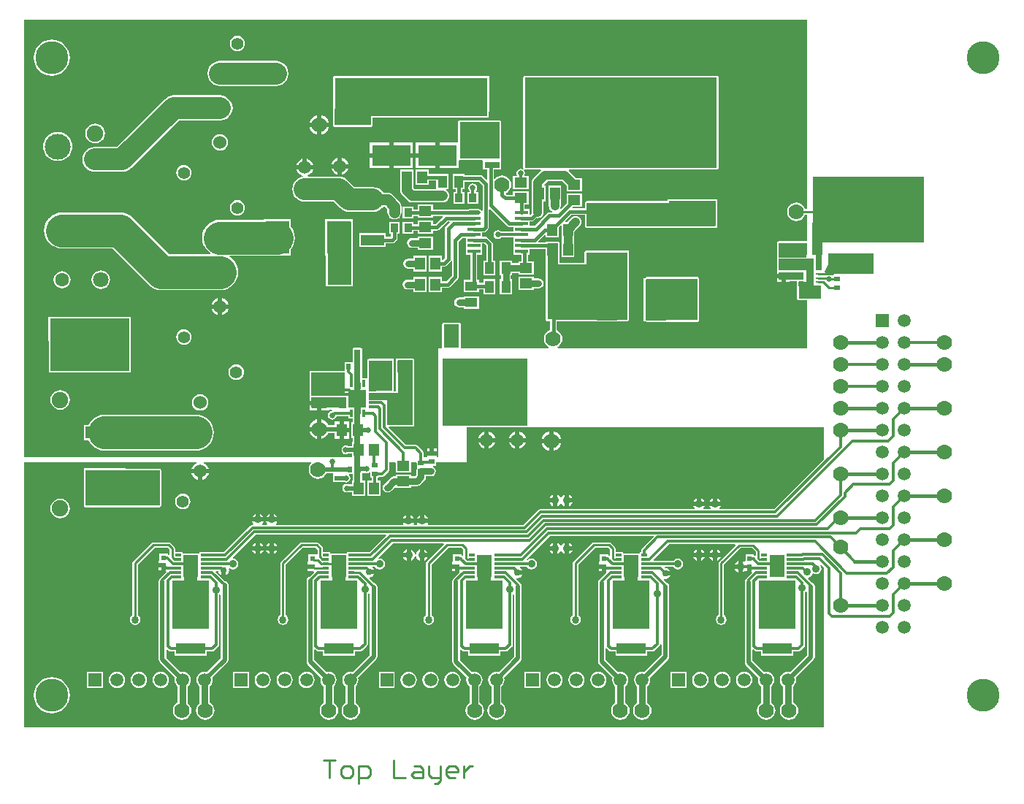
<source format=gtl>
G04 Layer_Physical_Order=1*
G04 Layer_Color=255*
%FSTAX25Y25*%
%MOIN*%
G70*
G01*
G75*
%ADD11C,0.07000*%
%ADD12R,0.17716X0.05512*%
%ADD13R,0.11024X0.09449*%
%ADD14R,0.07284X0.13386*%
%ADD15R,0.02559X0.01181*%
%ADD16R,0.06693X0.09843*%
%ADD17R,0.21260X0.11417*%
%ADD18R,0.08071X0.08071*%
%ADD19R,0.01200X0.03169*%
%ADD20R,0.03169X0.01200*%
%ADD21R,0.02400X0.01000*%
%ADD22R,0.03307X0.09449*%
%ADD23R,0.09646X0.18504*%
%ADD24R,0.17716X0.09449*%
%ADD25R,0.18504X0.09646*%
%ADD26R,0.19700X0.07100*%
%ADD27R,0.05906X0.01772*%
%ADD28O,0.05906X0.01772*%
%ADD29R,0.06890X0.02559*%
%ADD30R,0.07087X0.04528*%
%ADD31R,0.04528X0.05709*%
%ADD32R,0.02165X0.02559*%
%ADD33R,0.02559X0.02165*%
%ADD34R,0.05709X0.04528*%
%ADD35R,0.03937X0.03543*%
%ADD36R,0.13189X0.04921*%
%ADD37R,0.02441X0.02441*%
%ADD38R,0.04134X0.05512*%
%ADD39R,0.05512X0.04134*%
%ADD40R,0.11000X0.15000*%
%ADD41R,0.03543X0.03937*%
%ADD42R,0.10630X0.04921*%
%ADD43C,0.01200*%
%ADD44C,0.01000*%
%ADD45C,0.01500*%
%ADD46C,0.02000*%
%ADD47C,0.03000*%
%ADD48C,0.15000*%
%ADD49C,0.10000*%
%ADD50C,0.05000*%
%ADD51C,0.04000*%
%ADD52C,0.04500*%
%ADD53R,0.06037X0.02437*%
%ADD54R,0.17000X0.22000*%
%ADD55R,0.06000X0.04000*%
%ADD56R,0.38500X0.30500*%
%ADD57R,0.20000X0.03200*%
%ADD58R,0.11800X0.14800*%
%ADD59R,0.02876X0.66200*%
%ADD60R,0.15200X0.10500*%
%ADD61R,0.15900X0.04900*%
%ADD62R,0.06900X0.19400*%
%ADD63R,0.33900X0.16200*%
%ADD64R,0.36100X0.24100*%
%ADD65R,0.20600X0.09800*%
G04:AMPARAMS|DCode=66|XSize=21.91mil|YSize=52.77mil|CornerRadius=0mil|HoleSize=0mil|Usage=FLASHONLY|Rotation=333.435|XOffset=0mil|YOffset=0mil|HoleType=Round|Shape=Rectangle|*
%AMROTATEDRECTD66*
4,1,4,-0.02160,-0.01870,0.00200,0.02850,0.02160,0.01870,-0.00200,-0.02850,-0.02160,-0.01870,0.0*
%
%ADD66ROTATEDRECTD66*%

%ADD67R,0.02500X0.12700*%
%ADD68R,0.10300X0.06000*%
%ADD69R,0.15900X0.05600*%
%ADD70R,0.12900X0.06900*%
%ADD71R,0.04500X0.15000*%
%ADD72R,0.50500X0.29900*%
%ADD73R,0.18800X0.30800*%
%ADD74R,0.33700X0.25300*%
%ADD75R,0.87700X0.41300*%
%ADD76R,0.04900X0.34900*%
%ADD77R,0.58800X0.10600*%
%ADD78R,0.11100X0.28900*%
%ADD79R,0.18300X0.16600*%
%ADD80R,0.11200X0.03200*%
%ADD81R,0.23200X0.19000*%
%ADD82R,0.07100X0.10700*%
%ADD83R,0.10600X0.04900*%
%ADD84R,0.10700X0.10700*%
%ADD85R,0.69700X0.17500*%
%ADD86R,0.16500X0.07400*%
%ADD87C,0.05906*%
%ADD88R,0.05906X0.05906*%
%ADD89C,0.05500*%
%ADD90C,0.06000*%
%ADD91C,0.07480*%
%ADD92C,0.07087*%
%ADD93C,0.06300*%
%ADD94C,0.11811*%
%ADD95C,0.07500*%
%ADD96C,0.15000*%
%ADD97R,0.05906X0.05906*%
%ADD98C,0.03400*%
%ADD99C,0.03500*%
%ADD100C,0.02500*%
%ADD101C,0.02700*%
%ADD102C,0.03000*%
%ADD103C,0.05000*%
G36*
X04621Y0341424D02*
X0461339D01*
X0460969Y0342318D01*
X0460295Y0343196D01*
X0459418Y0343869D01*
X0458396Y0344292D01*
X04573Y0344436D01*
X0456204Y0344292D01*
X0455182Y0343869D01*
X0454305Y0343196D01*
X0453631Y0342318D01*
X0453208Y0341296D01*
X0453064Y03402D01*
X0453208Y0339104D01*
X0453631Y0338082D01*
X0454305Y0337205D01*
X0455182Y0336531D01*
X0456204Y0336108D01*
X04573Y0335964D01*
X0458396Y0336108D01*
X0459418Y0336531D01*
X0460295Y0337205D01*
X0460969Y0338082D01*
X0461339Y0338977D01*
X04621D01*
Y0326754D01*
X0456893D01*
Y0326714D01*
X04492D01*
X0448927Y0326659D01*
X0448695Y0326505D01*
X0448541Y0326273D01*
X0448486Y0326D01*
Y03191D01*
Y0313622D01*
X0448431D01*
Y031185D01*
X04514D01*
Y031085D01*
X04524D01*
Y0308079D01*
X0454368D01*
Y0308586D01*
X045725D01*
Y03085D01*
X045755D01*
Y0304863D01*
X0457586D01*
Y03006D01*
X0457641Y0300327D01*
X0457795Y0300095D01*
X0458027Y0299941D01*
X04583Y0299886D01*
X04621D01*
Y0278D01*
X0348442D01*
X0348342Y02785D01*
X0348418Y0278531D01*
X0349295Y0279205D01*
X0349969Y0280082D01*
X0350392Y0281104D01*
X0350536Y02822D01*
X0350392Y0283296D01*
X0349969Y0284318D01*
X0349295Y0285195D01*
X0348418Y0285869D01*
X0347978Y0286051D01*
Y0290186D01*
X0365355D01*
Y0290048D01*
X0376401D01*
Y0290186D01*
X03802D01*
X0380473Y0290241D01*
X0380705Y0290395D01*
X0380859Y0290627D01*
X0380914Y02909D01*
Y0311355D01*
X0380952D01*
Y0322401D01*
X0380265D01*
X03802Y0322414D01*
X03614D01*
X0361335Y0322401D01*
X0361048D01*
Y0322307D01*
X0360895Y0322205D01*
X0360741Y0321973D01*
X0360686Y03217D01*
Y0316914D01*
X0349314D01*
Y03258D01*
X0349259Y0326073D01*
X0349105Y0326305D01*
X034892Y0326428D01*
Y0326554D01*
X0342993D01*
Y0326228D01*
X0339573D01*
X0339381Y032669D01*
X0342531Y032984D01*
X0342993Y0329649D01*
Y0328446D01*
X034892D01*
Y0333175D01*
X0349618Y0333872D01*
X0350079Y0333681D01*
Y0328446D01*
X035032D01*
Y0326554D01*
X0350079D01*
Y0319446D01*
X0356007D01*
Y0326554D01*
X0355767D01*
Y0328446D01*
X0356007D01*
Y0331112D01*
X0358426Y0333531D01*
X0358858Y0334095D01*
X0359131Y0334752D01*
X0359223Y0335457D01*
X0359131Y0336161D01*
X0358858Y0336818D01*
X0358426Y0337382D01*
X0357862Y0337815D01*
X0357205Y0338087D01*
X03565Y033818D01*
X0355795Y0338087D01*
X0355138Y0337815D01*
X0354574Y0337382D01*
X0352746Y0335554D01*
X0351953D01*
X0351762Y0336016D01*
X0354567Y0338822D01*
X0360886D01*
Y03337D01*
X0360941Y0333427D01*
X0361095Y0333195D01*
X0361327Y0333041D01*
X03616Y0332986D01*
X04204D01*
X0420453Y0332997D01*
X042133D01*
Y0345814D01*
X039867D01*
Y0345014D01*
X03616D01*
X0361327Y0344959D01*
X0361095Y0344805D01*
X0360941Y0344573D01*
X0360886Y03443D01*
Y0341778D01*
X0355354D01*
X0355109Y0342278D01*
X0355275Y0342493D01*
X0359554D01*
Y0348421D01*
X0352446D01*
Y0343993D01*
X0349949Y0341497D01*
X0349525Y034178D01*
X0349674Y0342139D01*
X0349767Y0342843D01*
Y0344946D01*
X0350007D01*
Y0352054D01*
X0344079D01*
Y0344946D01*
X034432D01*
Y0342843D01*
X0344413Y0342139D01*
X0344685Y0341482D01*
X0345118Y0340918D01*
X0345682Y0340485D01*
X0345955Y0340372D01*
X0345855Y0339872D01*
X0345227D01*
X0345193Y0339878D01*
X03446D01*
X0344034Y0339766D01*
X0343555Y0339445D01*
X0337838Y0333728D01*
X0335479D01*
Y0335772D01*
X033645D01*
X0337016Y0335884D01*
X0337495Y0336205D01*
X0338641Y033735D01*
X03392Y0337277D01*
X0339905Y0337369D01*
X0340562Y0337642D01*
X0341126Y0338074D01*
X0341558Y0338638D01*
X034183Y0339295D01*
X0341923Y034D01*
Y0344946D01*
X034292D01*
Y0352054D01*
X0342313D01*
X0342106Y0352554D01*
X0343828Y0354277D01*
X0350415D01*
X0352446Y0352246D01*
Y034958D01*
X0359554D01*
Y0355507D01*
X0356888D01*
X0353469Y0358926D01*
X035339Y0358986D01*
X035356Y0359486D01*
X04211D01*
X0421373Y0359541D01*
X0421605Y0359695D01*
X0421759Y0359927D01*
X0421814Y03602D01*
Y04015D01*
X0421759Y0401773D01*
X0421605Y0402005D01*
X0421373Y0402159D01*
X04211Y0402214D01*
X03334D01*
X0333331Y04022D01*
X0332849D01*
Y0401936D01*
X0332741Y0401773D01*
X0332686Y04015D01*
Y03602D01*
X0332741Y0359927D01*
X0332752Y035991D01*
X0332391Y035955D01*
X0332261Y0359637D01*
X03315Y0359788D01*
X0330739Y0359637D01*
X0330094Y0359206D01*
X0329663Y0358561D01*
X0329512Y03578D01*
X0329663Y0357039D01*
X0329724Y0356948D01*
X0329488Y0356507D01*
X0327946D01*
Y035058D01*
X0335054D01*
Y0356507D01*
X0333512D01*
X0333276Y0356948D01*
X0333337Y0357039D01*
X0333488Y03578D01*
X0333337Y0358561D01*
X0332994Y0359074D01*
X0333283Y035951D01*
X03334Y0359486D01*
X0340684D01*
X0340853Y0358986D01*
X0340774Y0358926D01*
X0337274Y0355426D01*
X0336842Y0354862D01*
X0336569Y0354205D01*
X0336477Y03535D01*
Y03436D01*
Y034D01*
X033655Y0339441D01*
X033598Y033887D01*
X0335479Y0339071D01*
Y0341336D01*
X0333305D01*
Y0343493D01*
X0335054D01*
Y034942D01*
X0327946D01*
Y0347935D01*
X0325223D01*
X0324911Y0348296D01*
X032502Y0348791D01*
X0325118Y0348831D01*
X0325995Y0349504D01*
X0326669Y0350382D01*
X0327092Y0351404D01*
X0327236Y03525D01*
X0327092Y0353596D01*
X0326669Y0354618D01*
X0325995Y0355496D01*
X0325118Y0356169D01*
X0324096Y0356592D01*
X0323Y0356736D01*
X0321904Y0356592D01*
X0320882Y0356169D01*
X0320005Y0355496D01*
X0319728Y0355136D01*
X0319228Y0355305D01*
Y0359521D01*
X0322621D01*
Y0363479D01*
X0322533D01*
X0322381Y036398D01*
X0322405Y0363995D01*
X0322559Y0364227D01*
X0322614Y03645D01*
Y0364521D01*
X0322621D01*
Y0368479D01*
X0322614D01*
Y036952D01*
X0322621D01*
Y037348D01*
X0322614D01*
Y037452D01*
X0322621D01*
Y037848D01*
X0322614D01*
Y03811D01*
X0322559Y0381373D01*
X0322405Y0381605D01*
X0322173Y0381759D01*
X03219Y0381814D01*
X03036D01*
X0303327Y0381759D01*
X0303095Y0381605D01*
X0302941Y0381373D01*
X0302886Y03811D01*
Y0371709D01*
X02945D01*
Y0365984D01*
Y036026D01*
X0303358D01*
Y0363588D01*
X03036Y0363786D01*
X0313959D01*
X0314332Y0363479D01*
X0314332Y0363286D01*
Y0359521D01*
X0316272D01*
Y0354872D01*
X031581Y0354681D01*
X0314045Y0356445D01*
X0313566Y0356766D01*
X0313Y0356878D01*
X0306007D01*
Y0357456D01*
X0300473D01*
Y0350544D01*
X0301872D01*
Y0349168D01*
X0300879D01*
Y0343831D01*
X0305822D01*
Y0349168D01*
X0304829D01*
Y0350544D01*
X0306007D01*
Y0353922D01*
X0312388D01*
X0314072Y0352238D01*
Y0340763D01*
X0313572Y0340612D01*
X0313384Y0340893D01*
X0312859Y0341244D01*
X031224Y0341367D01*
X0308106D01*
X0307488Y0341244D01*
X0307465Y0341228D01*
X0291554D01*
Y0343421D01*
X0284446D01*
Y0341228D01*
X0282621D01*
Y0342669D01*
X0277678D01*
Y0337332D01*
X0282621D01*
Y0338272D01*
X0284446D01*
Y0337493D01*
X0291554D01*
Y0338272D01*
X0295828D01*
X0296019Y033781D01*
X0292731Y0334522D01*
X0291554D01*
Y0336007D01*
X0284446D01*
Y0334478D01*
X0282621D01*
Y0335668D01*
X0277678D01*
Y0330331D01*
X0282621D01*
Y0331522D01*
X0284446D01*
Y033008D01*
X0291554D01*
Y0331565D01*
X0293343D01*
X0293909Y0331677D01*
X0294389Y0331998D01*
X0298162Y0335772D01*
X0299027D01*
X0299219Y033531D01*
X0297355Y0333445D01*
X0297034Y0332966D01*
X0296922Y03324D01*
Y0319112D01*
X0296007Y0318198D01*
X0295507Y0318405D01*
Y0320054D01*
X028958D01*
Y0312946D01*
X0295507D01*
Y0315022D01*
X02964D01*
X0296966Y0315134D01*
X0297445Y0315455D01*
X0299445Y0317455D01*
X0299722Y0317868D01*
X0299985Y0317862D01*
X0300222Y0317785D01*
Y0311212D01*
X0297488Y0308478D01*
X0295507D01*
Y0310554D01*
X028958D01*
Y0303446D01*
X0295507D01*
Y0305522D01*
X02981D01*
X0298666Y0305634D01*
X0299145Y0305955D01*
X0302745Y0309555D01*
X0303066Y0310034D01*
X0303178Y03106D01*
Y0326488D01*
X0304962Y0328272D01*
X0306521D01*
Y0325664D01*
Y0323164D01*
Y0320664D01*
X0308695D01*
Y0309007D01*
X0305544D01*
Y0303473D01*
X0312456D01*
Y0304762D01*
X0314493D01*
Y0302544D01*
X0320027D01*
Y0309456D01*
X0314493D01*
Y0307719D01*
X0312456D01*
Y0309007D01*
X0311652D01*
Y0320664D01*
X0313826D01*
Y0323164D01*
Y0325772D01*
X0314938D01*
X0315781Y0324928D01*
Y0317956D01*
X0314493D01*
Y0311044D01*
X0320027D01*
Y0317956D01*
X0318738D01*
Y032554D01*
X0318626Y0326106D01*
X0318305Y0326586D01*
X0316595Y0328295D01*
X0316116Y0328616D01*
X031555Y0328728D01*
X0313826D01*
Y0330772D01*
X031455D01*
X0315116Y0330884D01*
X0315595Y0331205D01*
X0316595Y0332205D01*
X0316916Y0332684D01*
X0317028Y033325D01*
Y0341127D01*
X031749Y0341319D01*
X0325105Y0333705D01*
X0325584Y0333384D01*
X032615Y0333272D01*
X0328174D01*
Y0331076D01*
X032251D01*
X0322456Y0331156D01*
X0321811Y0331587D01*
X032105Y0331738D01*
X0320289Y0331587D01*
X0319644Y0331156D01*
X0319213Y0330511D01*
X0319062Y032975D01*
X0319213Y0328989D01*
X0319644Y0328344D01*
X0320289Y0327913D01*
X032105Y0327762D01*
X0321811Y0327913D01*
X0322456Y0328344D01*
X032251Y0328425D01*
X0328174D01*
Y0325664D01*
Y0323164D01*
Y0320664D01*
X0331872D01*
Y0317507D01*
X0330446D01*
Y0316786D01*
X0327507D01*
Y0317956D01*
X0321973D01*
Y0311044D01*
X0322497D01*
Y0309456D01*
X0321973D01*
Y0302544D01*
X0327507D01*
Y0309456D01*
X0326983D01*
Y0311044D01*
X0327507D01*
Y03123D01*
X0330446D01*
Y0311579D01*
X0337554D01*
Y0317507D01*
X0334828D01*
Y0320664D01*
X0335479D01*
Y0323272D01*
X0342986D01*
Y02909D01*
X0343041Y0290627D01*
X0343195Y0290395D01*
X0343427Y0290241D01*
X03437Y0290186D01*
X0345022D01*
Y0286216D01*
X0344182Y0285869D01*
X0343304Y0285195D01*
X0342631Y0284318D01*
X0342208Y0283296D01*
X0342064Y02822D01*
X0342208Y0281104D01*
X0342631Y0280082D01*
X0343304Y0279205D01*
X0344182Y0278531D01*
X0344257Y02785D01*
X0344158Y0278D01*
X0304243D01*
Y0283369D01*
X0304214D01*
Y02889D01*
X0304159Y0289173D01*
X0304005Y0289405D01*
X0303773Y0289559D01*
X03035Y0289614D01*
X02964D01*
X0296127Y0289559D01*
X0295895Y0289405D01*
X0295741Y0289173D01*
X0295686Y02889D01*
Y02782D01*
X0295522Y0278D01*
X02939D01*
Y02282D01*
X029328D01*
Y0228969D01*
X028872D01*
Y02282D01*
X0287365D01*
Y0229961D01*
X0287264Y0230468D01*
X0286977Y0230898D01*
X0284537Y0233337D01*
X0284107Y0233625D01*
X02836Y0233726D01*
X0279136D01*
X0271237Y0241624D01*
X0271428Y0242086D01*
X02822D01*
X0282305Y0242107D01*
X0282916D01*
Y0256893D01*
X0282914D01*
Y02576D01*
Y02724D01*
X0282859Y0272673D01*
X0282705Y0272905D01*
X0282473Y0273059D01*
X02822Y0273114D01*
X02753D01*
X0275027Y0273059D01*
X0275019Y0273054D01*
X027458D01*
Y0265946D01*
X0274586D01*
Y0258314D01*
X0273585D01*
X0273514Y02584D01*
Y02633D01*
Y02723D01*
X0273459Y0272573D01*
X0273421Y0272631D01*
Y0273054D01*
X0267493D01*
Y0273014D01*
X02621D01*
X0261827Y0272959D01*
X0261595Y0272805D01*
X0261441Y0272573D01*
X0261386Y02723D01*
Y026453D01*
X0261253Y0264085D01*
X0259114D01*
Y02774D01*
X0259059Y0277673D01*
X0258905Y0277905D01*
X0258673Y0278059D01*
X02584Y0278114D01*
X0255524D01*
X0255251Y0278059D01*
X0255019Y0277905D01*
X0254864Y0277673D01*
X025481Y02774D01*
Y0271898D01*
X0254614Y027148D01*
X0251049D01*
Y0267614D01*
X0236D01*
X0235777Y0267569D01*
X0235357D01*
Y0267197D01*
X0235341Y0267173D01*
X0235286Y02669D01*
Y02564D01*
X0235057Y0256058D01*
X0235057D01*
Y0253795D01*
X02396D01*
Y0252795D01*
X02406D01*
Y0249531D01*
X0244143D01*
Y0249886D01*
X024533D01*
X0245515Y0249605D01*
X024534Y0249256D01*
X0244739Y0249137D01*
X0244094Y0248706D01*
X0243663Y0248061D01*
X0243512Y02473D01*
X0243663Y0246539D01*
X0244094Y0245894D01*
X0244739Y0245463D01*
X02455Y0245312D01*
X0246261Y0245463D01*
X0246906Y0245894D01*
X0247337Y0246539D01*
X0247403Y0246874D01*
X0252747D01*
Y0245915D01*
X025481D01*
Y0244054D01*
X025408D01*
Y0236946D01*
X025481D01*
Y0235054D01*
X0254493D01*
Y0233233D01*
X0252616D01*
X0252461Y0233337D01*
X02517Y0233488D01*
X0250939Y0233337D01*
X0250294Y0232906D01*
X0249863Y0232261D01*
X0249712Y02315D01*
X0249863Y0230739D01*
X0250294Y0230094D01*
X0250939Y0229663D01*
X02517Y0229512D01*
X0252461Y0229663D01*
X0252616Y0229767D01*
X0254493D01*
Y02282D01*
X0105D01*
Y0428D01*
X04621D01*
Y0341424D01*
D02*
G37*
G36*
X0258476Y0259035D02*
X0255524D01*
Y0262185D01*
X0256311D01*
Y026061D01*
X0257689D01*
Y0262185D01*
X0258476D01*
Y0259035D01*
D02*
G37*
G36*
Y0247815D02*
X0257689D01*
Y024939D01*
X0256311D01*
Y0247815D01*
X0255524D01*
Y0250965D01*
X0258476D01*
Y0247815D01*
D02*
G37*
G36*
X047Y0227274D02*
X0447151Y0204426D01*
X0422314D01*
X0422144Y0204925D01*
X0422161Y0204939D01*
X0422602Y0205513D01*
X0422762Y02059D01*
X0417638D01*
X0417798Y0205513D01*
X0418239Y0204939D01*
X0418256Y0204925D01*
X0418086Y0204426D01*
X0415014D01*
X0414844Y0204925D01*
X0414861Y0204939D01*
X0415302Y0205513D01*
X0415462Y02059D01*
X0410338D01*
X0410498Y0205513D01*
X0410939Y0204939D01*
X0410956Y0204925D01*
X0410786Y0204426D01*
X0340426D01*
X0339919Y0204325D01*
X0339489Y0204037D01*
X0332777Y0197326D01*
X0289293D01*
X0289072Y0197774D01*
X0289102Y0197813D01*
X0289262Y01982D01*
X0284138D01*
X0284298Y0197813D01*
X0284328Y0197774D01*
X0284107Y0197326D01*
X0282893D01*
X0282672Y0197774D01*
X0282702Y0197813D01*
X0282862Y01982D01*
X0277738D01*
X0277898Y0197813D01*
X0277928Y0197774D01*
X0277707Y0197326D01*
X021997D01*
X0219828Y0197826D01*
X0220202Y0198313D01*
X0220362Y01987D01*
X0215238D01*
X0215398Y0198313D01*
X0215772Y0197826D01*
X0215631Y0197326D01*
X0213669D01*
X0213528Y0197826D01*
X0213902Y0198313D01*
X0214062Y01987D01*
X0208938D01*
X0209098Y0198313D01*
X0209472Y0197826D01*
X0209331Y0197326D01*
X02091D01*
X0208593Y0197225D01*
X0208163Y0196937D01*
X0195972Y0184747D01*
X0186807D01*
X0186632Y0184712D01*
X0184828D01*
Y0184121D01*
X0177172D01*
Y0184712D01*
X0173723D01*
Y01865D01*
X017363Y0186968D01*
X0173365Y0187365D01*
X0171765Y0188965D01*
X0171368Y018923D01*
X01709Y0189323D01*
X01639D01*
X0163432Y018923D01*
X0163035Y0188965D01*
X0154635Y0180565D01*
X015437Y0180168D01*
X0154277Y01797D01*
Y0156069D01*
X015377Y015573D01*
X0153239Y0154936D01*
X0153053Y0154D01*
X0153239Y0153064D01*
X015377Y015227D01*
X0154564Y0151739D01*
X01555Y0151553D01*
X0156436Y0151739D01*
X015723Y015227D01*
X0157761Y0153064D01*
X0157947Y0154D01*
X0157761Y0154936D01*
X015723Y015573D01*
X0156723Y0156069D01*
Y0179193D01*
X0164407Y0186876D01*
X0170393D01*
X0171276Y0185993D01*
Y0183781D01*
X0170849Y0183531D01*
X0170421Y0183733D01*
Y0184192D01*
X0166579D01*
Y0180949D01*
X0166279D01*
Y0179728D01*
X01685D01*
Y0178728D01*
X01695D01*
Y0176233D01*
X0169605Y0176212D01*
X0169846Y0175746D01*
X016723Y017313D01*
X0166774Y0172826D01*
X0166399Y0172263D01*
X0166267Y01716D01*
Y013575D01*
X0166399Y0135087D01*
X0166774Y0134524D01*
X0173736Y0127562D01*
X0173691Y0127454D01*
X0173566Y01265D01*
X0173691Y0125546D01*
X0174059Y0124658D01*
X0174645Y0123895D01*
X0175007Y0123617D01*
Y011622D01*
X0174882Y0116169D01*
X0174004Y0115496D01*
X0173331Y0114618D01*
X0172908Y0113596D01*
X0172764Y01125D01*
X0172908Y0111404D01*
X0173331Y0110382D01*
X0174004Y0109504D01*
X0174882Y0108831D01*
X0175904Y0108408D01*
X0177Y0108264D01*
X0178096Y0108408D01*
X0179118Y0108831D01*
X0179996Y0109504D01*
X0180669Y0110382D01*
X0181092Y0111404D01*
X0181236Y01125D01*
X0181092Y0113596D01*
X0180669Y0114618D01*
X0179996Y0115496D01*
X0179493Y0115881D01*
Y0123617D01*
X0179855Y0123895D01*
X0180441Y0124658D01*
X0180809Y0125546D01*
X0180934Y01265D01*
X0180809Y0127454D01*
X0180441Y0128342D01*
X0179855Y0129105D01*
X0179092Y0129691D01*
X0178204Y0130059D01*
X017725Y0130184D01*
X0176296Y0130059D01*
X0176188Y0130014D01*
X0169733Y0136468D01*
Y0140239D01*
X0170195Y014043D01*
X0170874Y0139752D01*
X0171304Y0139464D01*
X0171811Y0139364D01*
X0173705D01*
Y0137528D01*
X0188294D01*
Y0139364D01*
X0190689D01*
X0191196Y0139464D01*
X0191626Y0139752D01*
X0193537Y0141663D01*
X0193825Y0142093D01*
X0193925Y01426D01*
Y0165365D01*
X0194167Y0165536D01*
X0194667Y0165277D01*
Y0136368D01*
X0188312Y0130014D01*
X0188204Y0130059D01*
X018725Y0130184D01*
X0186296Y0130059D01*
X0185408Y0129691D01*
X0184645Y0129105D01*
X0184059Y0128342D01*
X0183691Y0127454D01*
X0183566Y01265D01*
X0183691Y0125546D01*
X0184059Y0124658D01*
X0184645Y0123895D01*
X0185007Y0123617D01*
Y0115881D01*
X0184504Y0115496D01*
X0183831Y0114618D01*
X0183408Y0113596D01*
X0183264Y01125D01*
X0183408Y0111404D01*
X0183831Y0110382D01*
X0184504Y0109504D01*
X0185382Y0108831D01*
X0186404Y0108408D01*
X01875Y0108264D01*
X0188596Y0108408D01*
X0189618Y0108831D01*
X0190496Y0109504D01*
X0191169Y0110382D01*
X0191592Y0111404D01*
X0191736Y01125D01*
X0191592Y0113596D01*
X0191169Y0114618D01*
X0190496Y0115496D01*
X0189618Y0116169D01*
X0189493Y011622D01*
Y0123617D01*
X0189855Y0123895D01*
X0190441Y0124658D01*
X0190809Y0125546D01*
X0190934Y01265D01*
X0190809Y0127454D01*
X0190764Y0127562D01*
X0197626Y0134424D01*
X0198001Y0134987D01*
X0198133Y013565D01*
Y01698D01*
X0198001Y0170463D01*
X0197626Y0171026D01*
X0197063Y0171401D01*
X0196576Y0171498D01*
X0192346Y0175728D01*
X0192537Y017619D01*
X0193432D01*
X0193545Y0175625D01*
X0194098Y0174798D01*
X01949Y0174261D01*
Y01766D01*
X01969D01*
Y0174261D01*
X0197702Y0174798D01*
X0198255Y0175625D01*
X0198449Y01766D01*
X0198345Y0177125D01*
X0198794Y0177426D01*
X0199144Y0177192D01*
X02001Y0177002D01*
X0201056Y0177192D01*
X0201866Y0177734D01*
X0202408Y0178544D01*
X0202598Y01795D01*
X0202408Y0180456D01*
X0201866Y0181266D01*
X0201056Y0181808D01*
X0200322Y0181954D01*
X0200138Y0182477D01*
X0210436Y0192774D01*
X026986D01*
X0270051Y0192313D01*
X0262485Y0184747D01*
X0254307D01*
X0254132Y0184712D01*
X0252328D01*
Y0184121D01*
X0244672D01*
Y0184712D01*
X0241224D01*
Y01865D01*
X024113Y0186968D01*
X0240865Y0187365D01*
X0239265Y0188965D01*
X0238868Y018923D01*
X02384Y0189323D01*
X02314D01*
X0230932Y018923D01*
X0230535Y0188965D01*
X0222135Y0180565D01*
X022187Y0180168D01*
X0221777Y01797D01*
Y0156069D01*
X022127Y015573D01*
X0220739Y0154936D01*
X0220553Y0154D01*
X0220739Y0153064D01*
X022127Y015227D01*
X0222064Y0151739D01*
X0223Y0151553D01*
X0223936Y0151739D01*
X022473Y015227D01*
X0225261Y0153064D01*
X0225447Y0154D01*
X0225261Y0154936D01*
X022473Y015573D01*
X0224223Y0156069D01*
Y0179193D01*
X0231907Y0186876D01*
X0237893D01*
X0238776Y0185993D01*
Y018404D01*
X0238421Y0183692D01*
X0234579D01*
Y0180449D01*
X0234279D01*
Y0179228D01*
X02365D01*
Y0177228D01*
X0234279D01*
Y0176008D01*
X0236955D01*
X0237146Y0175546D01*
X0235167Y0173567D01*
X0234837Y0173501D01*
X0234274Y0173126D01*
X0233899Y0172563D01*
X0233767Y01719D01*
Y0134812D01*
X0233899Y0134149D01*
X0234274Y0133587D01*
X0240299Y0127562D01*
X0240254Y0127454D01*
X0240128Y01265D01*
X0240254Y0125546D01*
X0240622Y0124658D01*
X0241207Y0123895D01*
X0241569Y0123617D01*
Y0115929D01*
X0241004Y0115496D01*
X0240331Y0114618D01*
X0239908Y0113596D01*
X0239764Y01125D01*
X0239908Y0111404D01*
X0240331Y0110382D01*
X0241004Y0109504D01*
X0241882Y0108831D01*
X0242904Y0108408D01*
X0244Y0108264D01*
X0245096Y0108408D01*
X0246118Y0108831D01*
X0246995Y0109504D01*
X0247669Y0110382D01*
X0248092Y0111404D01*
X0248236Y01125D01*
X0248092Y0113596D01*
X0247669Y0114618D01*
X0246995Y0115496D01*
X0246118Y0116169D01*
X0246056Y0116195D01*
Y0123617D01*
X0246418Y0123895D01*
X0247003Y0124658D01*
X0247371Y0125546D01*
X0247497Y01265D01*
X0247371Y0127454D01*
X0247003Y0128342D01*
X0246418Y0129105D01*
X0245655Y0129691D01*
X0244766Y0130059D01*
X0243812Y0130184D01*
X0242859Y0130059D01*
X024275Y0130014D01*
X0237233Y013553D01*
Y0140239D01*
X0237695Y014043D01*
X0238374Y0139752D01*
X0238804Y0139464D01*
X0239311Y0139364D01*
X0241206D01*
Y0137528D01*
X0255795D01*
Y0139364D01*
X0258189D01*
X0258696Y0139464D01*
X0259126Y0139752D01*
X0261337Y0141963D01*
X0261625Y0142393D01*
X0261725Y01429D01*
Y0165772D01*
X0262167Y0166067D01*
X0262667Y0165901D01*
Y0137805D01*
X0254875Y0130014D01*
X0254766Y0130059D01*
X0253813Y0130184D01*
X0252859Y0130059D01*
X025197Y0129691D01*
X0251207Y0129105D01*
X0250622Y0128342D01*
X0250254Y0127454D01*
X0250128Y01265D01*
X0250254Y0125546D01*
X0250622Y0124658D01*
X0251207Y0123895D01*
X0251569Y0123617D01*
Y0115929D01*
X0251005Y0115496D01*
X0250331Y0114618D01*
X0249908Y0113596D01*
X0249764Y01125D01*
X0249908Y0111404D01*
X0250331Y0110382D01*
X0251005Y0109504D01*
X0251882Y0108831D01*
X0252904Y0108408D01*
X0254Y0108264D01*
X0255096Y0108408D01*
X0256118Y0108831D01*
X0256996Y0109504D01*
X0257669Y0110382D01*
X0258092Y0111404D01*
X0258236Y01125D01*
X0258092Y0113596D01*
X0257669Y0114618D01*
X0256996Y0115496D01*
X0256118Y0116169D01*
X0256056Y0116195D01*
Y0123617D01*
X0256418Y0123895D01*
X0257003Y0124658D01*
X0257371Y0125546D01*
X0257497Y01265D01*
X0257371Y0127454D01*
X0257326Y0127562D01*
X0265626Y0135862D01*
X0266001Y0136424D01*
X0266133Y0137088D01*
X0266133Y0137088D01*
Y0169D01*
X0266001Y0169663D01*
X0265626Y0170226D01*
X0265063Y0170601D01*
X02644Y0170733D01*
X0264398Y0170733D01*
X0262458Y0172673D01*
X0262622Y0173215D01*
X0263276Y0173345D01*
X0264102Y0173898D01*
X0264638Y01747D01*
X02623D01*
Y01767D01*
X0264638D01*
X0264102Y0177502D01*
X0263868Y0177659D01*
X026402Y0178159D01*
X0264981D01*
X0265327Y017764D01*
X0266138Y0177099D01*
X0267094Y0176908D01*
X026805Y0177099D01*
X026886Y017764D01*
X0269402Y017845D01*
X0269592Y0179406D01*
X0269402Y0180362D01*
X026886Y0181173D01*
X026805Y0181714D01*
X0267094Y0181904D01*
X0266709Y0181828D01*
X0266463Y0182289D01*
X0273149Y0188974D01*
X0296337D01*
X0296544Y0188475D01*
X0288635Y0180565D01*
X028837Y0180168D01*
X0288277Y01797D01*
Y0156069D01*
X028777Y015573D01*
X0287239Y0154936D01*
X0287053Y0154D01*
X0287239Y0153064D01*
X028777Y015227D01*
X0288564Y0151739D01*
X02895Y0151553D01*
X0290436Y0151739D01*
X029123Y015227D01*
X0291761Y0153064D01*
X0291947Y0154D01*
X0291761Y0154936D01*
X029123Y015573D01*
X0290723Y0156069D01*
Y0179193D01*
X0298407Y0186876D01*
X0304393D01*
X0305276Y0185993D01*
Y0183331D01*
X0304844Y0183073D01*
X030442Y0183263D01*
Y0183692D01*
X030058D01*
Y0180449D01*
X0300279D01*
Y0179228D01*
X03025D01*
Y0178228D01*
X03035D01*
Y0175898D01*
X0303646Y0175546D01*
X0301063Y0172963D01*
X0301009Y0172882D01*
X0300774Y0172726D01*
X0300399Y0172163D01*
X0300267Y01715D01*
Y0134875D01*
X0300399Y0134212D01*
X0300774Y0133649D01*
X0306861Y0127562D01*
X0306816Y0127454D01*
X0306691Y01265D01*
X0306816Y0125546D01*
X0307184Y0124658D01*
X030777Y0123895D01*
X0308132Y0123617D01*
Y0115977D01*
X0307505Y0115496D01*
X0306831Y0114618D01*
X0306408Y0113596D01*
X0306264Y01125D01*
X0306408Y0111404D01*
X0306831Y0110382D01*
X0307505Y0109504D01*
X0308382Y0108831D01*
X0309404Y0108408D01*
X03105Y0108264D01*
X0311596Y0108408D01*
X0312618Y0108831D01*
X0313495Y0109504D01*
X0314169Y0110382D01*
X0314592Y0111404D01*
X0314736Y01125D01*
X0314592Y0113596D01*
X0314169Y0114618D01*
X0313495Y0115496D01*
X0312618Y0116169D01*
X0312618Y0116169D01*
Y0123617D01*
X031298Y0123895D01*
X0313566Y0124658D01*
X0313934Y0125546D01*
X0314059Y01265D01*
X0313934Y0127454D01*
X0313566Y0128342D01*
X031298Y0129105D01*
X0312217Y0129691D01*
X0311329Y0130059D01*
X0310375Y0130184D01*
X0309421Y0130059D01*
X0309313Y0130014D01*
X0303733Y0135593D01*
Y0140239D01*
X0304195Y014043D01*
X0304874Y0139752D01*
X0305304Y0139464D01*
X0305811Y0139364D01*
X0307705D01*
Y0137528D01*
X0322294D01*
Y0139364D01*
X0324689D01*
X0325196Y0139464D01*
X0325626Y0139752D01*
X0327437Y0141563D01*
X0327725Y0141993D01*
X0327825Y01425D01*
Y0165405D01*
X0328067Y016556D01*
X0328567Y0165288D01*
Y0137143D01*
X0321437Y0130014D01*
X0321329Y0130059D01*
X0320375Y0130184D01*
X0319421Y0130059D01*
X0318533Y0129691D01*
X031777Y0129105D01*
X0317184Y0128342D01*
X0316816Y0127454D01*
X0316691Y01265D01*
X0316816Y0125546D01*
X0317184Y0124658D01*
X031777Y0123895D01*
X0318132Y0123617D01*
Y0115977D01*
X0317505Y0115496D01*
X0316831Y0114618D01*
X0316408Y0113596D01*
X0316264Y01125D01*
X0316408Y0111404D01*
X0316831Y0110382D01*
X0317505Y0109504D01*
X0318382Y0108831D01*
X0319404Y0108408D01*
X03205Y0108264D01*
X0321596Y0108408D01*
X0322618Y0108831D01*
X0323496Y0109504D01*
X0324169Y0110382D01*
X0324592Y0111404D01*
X0324736Y01125D01*
X0324592Y0113596D01*
X0324169Y0114618D01*
X0323496Y0115496D01*
X0322618Y0116169D01*
X0322618Y0116169D01*
Y0123617D01*
X032298Y0123895D01*
X0323566Y0124658D01*
X0323934Y0125546D01*
X0324059Y01265D01*
X0323934Y0127454D01*
X0323889Y0127562D01*
X0331526Y0135199D01*
X0331901Y0135762D01*
X0332033Y0136425D01*
Y01692D01*
X0331901Y0169863D01*
X0331526Y0170426D01*
X0331291Y0170582D01*
X0331237Y0170663D01*
X0329449Y0172451D01*
X0329696Y0172912D01*
X033Y0172851D01*
X0330976Y0173045D01*
X0331802Y0173598D01*
X0332339Y01744D01*
X033D01*
Y01764D01*
X0332339D01*
X0331802Y0177202D01*
X0331119Y0177659D01*
X0331271Y0178159D01*
X0334283D01*
X0334634Y0177634D01*
X0335444Y0177092D01*
X03364Y0176902D01*
X0337356Y0177092D01*
X0338166Y0177634D01*
X0338708Y0178444D01*
X0338898Y01794D01*
X0338708Y0180356D01*
X0338166Y0181166D01*
X0337356Y0181708D01*
X03364Y0181898D01*
X0335444Y0181708D01*
X0334634Y0181166D01*
X0334546Y0181035D01*
X0334393Y0181051D01*
X0334207Y0181571D01*
X034491Y0192274D01*
X0392047D01*
X0392238Y0191813D01*
X038687Y0186444D01*
X0386582Y0186014D01*
X0386482Y0185507D01*
Y0184712D01*
X0385828D01*
Y0184121D01*
X0378172D01*
Y0184712D01*
X0374724D01*
Y01865D01*
X037463Y0186968D01*
X0374365Y0187365D01*
X0372765Y0188965D01*
X0372368Y018923D01*
X03719Y0189323D01*
X03649D01*
X0364432Y018923D01*
X0364035Y0188965D01*
X0355635Y0180565D01*
X035537Y0180168D01*
X0355276Y01797D01*
Y0156069D01*
X035477Y015573D01*
X0354239Y0154936D01*
X0354053Y0154D01*
X0354239Y0153064D01*
X035477Y015227D01*
X0355564Y0151739D01*
X03565Y0151553D01*
X0357436Y0151739D01*
X035823Y015227D01*
X0358761Y0153064D01*
X0358947Y0154D01*
X0358761Y0154936D01*
X035823Y015573D01*
X0357723Y0156069D01*
Y0179193D01*
X0365407Y0186876D01*
X0371393D01*
X0372276Y0185993D01*
Y0183331D01*
X0371844Y0183073D01*
X0371421Y0183263D01*
Y0183692D01*
X036758D01*
Y0180449D01*
X036728D01*
Y0179228D01*
X03695D01*
Y0178228D01*
X03705D01*
Y0175898D01*
X0370646Y0175546D01*
X0367563Y0172463D01*
X0367509Y0172382D01*
X0367274Y0172226D01*
X0366899Y0171663D01*
X0366767Y0171D01*
Y0134938D01*
X0366899Y0134274D01*
X0367274Y0133712D01*
X0373424Y0127562D01*
X0373379Y0127454D01*
X0373253Y01265D01*
X0373379Y0125546D01*
X0373747Y0124658D01*
X0374332Y0123895D01*
X0374694Y0123617D01*
Y0116025D01*
X0374005Y0115496D01*
X0373331Y0114618D01*
X0372908Y0113596D01*
X0372764Y01125D01*
X0372908Y0111404D01*
X0373331Y0110382D01*
X0374005Y0109504D01*
X0374882Y0108831D01*
X0375904Y0108408D01*
X0377Y0108264D01*
X0378096Y0108408D01*
X0379118Y0108831D01*
X0379995Y0109504D01*
X0380669Y0110382D01*
X0381092Y0111404D01*
X0381236Y01125D01*
X0381092Y0113596D01*
X0380669Y0114618D01*
X0379995Y0115496D01*
X0379181Y0116121D01*
Y0123617D01*
X0379543Y0123895D01*
X0380128Y0124658D01*
X0380496Y0125546D01*
X0380622Y01265D01*
X0380496Y0127454D01*
X0380128Y0128342D01*
X0379543Y0129105D01*
X037878Y0129691D01*
X0377891Y0130059D01*
X0376938Y0130184D01*
X0375984Y0130059D01*
X0375875Y0130014D01*
X0370233Y0135655D01*
Y0140685D01*
X0370733Y0140892D01*
X0371874Y0139752D01*
X0372304Y0139464D01*
X0372811Y0139364D01*
X0374706D01*
Y0137528D01*
X0389295D01*
Y0139364D01*
X0391689D01*
X0392196Y0139464D01*
X0392626Y0139752D01*
X0394937Y0142063D01*
X0395225Y0142493D01*
X0395267Y0142704D01*
X0395767Y0142655D01*
Y013778D01*
X0388Y0130014D01*
X0387891Y0130059D01*
X0386937Y0130184D01*
X0385984Y0130059D01*
X0385095Y0129691D01*
X0384332Y0129105D01*
X0383747Y0128342D01*
X0383379Y0127454D01*
X0383253Y01265D01*
X0383379Y0125546D01*
X0383747Y0124658D01*
X0384332Y0123895D01*
X0384694Y0123617D01*
Y0116025D01*
X0384004Y0115496D01*
X0383331Y0114618D01*
X0382908Y0113596D01*
X0382764Y01125D01*
X0382908Y0111404D01*
X0383331Y0110382D01*
X0384004Y0109504D01*
X0384882Y0108831D01*
X0385904Y0108408D01*
X0387Y0108264D01*
X0388096Y0108408D01*
X0389118Y0108831D01*
X0389996Y0109504D01*
X0390669Y0110382D01*
X0391092Y0111404D01*
X0391236Y01125D01*
X0391092Y0113596D01*
X0390669Y0114618D01*
X0389996Y0115496D01*
X0389181Y0116121D01*
Y0123617D01*
X0389543Y0123895D01*
X0390128Y0124658D01*
X0390496Y0125546D01*
X0390622Y01265D01*
X0390496Y0127454D01*
X0390451Y0127562D01*
X0398726Y0135837D01*
X0399101Y0136399D01*
X0399233Y0137063D01*
Y01692D01*
X0399101Y0169863D01*
X0398726Y0170426D01*
X0398163Y0170801D01*
X0398082Y0170817D01*
X0396702Y0172198D01*
X0396948Y0172659D01*
X0397502Y0172549D01*
X0398478Y0172743D01*
X0399305Y0173295D01*
X0399841Y0174098D01*
X0397502D01*
Y0176098D01*
X0399841D01*
X0399305Y01769D01*
X0398478Y0177453D01*
X0397502Y0177647D01*
X0397255Y0177597D01*
X0397192Y0177674D01*
X0397429Y0178174D01*
X0401139D01*
X0401434Y0177734D01*
X0402244Y0177192D01*
X04032Y0177002D01*
X0404156Y0177192D01*
X0404966Y0177734D01*
X0405508Y0178544D01*
X0405698Y01795D01*
X0405508Y0180456D01*
X0404966Y0181266D01*
X0404156Y0181808D01*
X04032Y0181998D01*
X0402244Y0181808D01*
X0401434Y0181266D01*
X0401139Y0180825D01*
X0392253D01*
X0392062Y0181287D01*
X0399149Y0188374D01*
X0429291D01*
X0429482Y0187913D01*
X0422135Y0180565D01*
X042187Y0180168D01*
X0421776Y01797D01*
Y0156069D01*
X042127Y015573D01*
X0420739Y0154936D01*
X0420553Y0154D01*
X0420739Y0153064D01*
X042127Y015227D01*
X0422064Y0151739D01*
X0423Y0151553D01*
X0423936Y0151739D01*
X042473Y015227D01*
X0425261Y0153064D01*
X0425447Y0154D01*
X0425261Y0154936D01*
X042473Y015573D01*
X0424224Y0156069D01*
Y0179193D01*
X0431707Y0186677D01*
X0437193D01*
X0438776Y0185093D01*
Y0183331D01*
X0438344Y0183073D01*
X0437921Y0183263D01*
Y0183692D01*
X043408D01*
Y0180825D01*
X0434059Y0180799D01*
X0433593Y0180465D01*
X0433297Y0180491D01*
X0433115Y0180631D01*
X0432728Y0180791D01*
Y0178228D01*
Y0175666D01*
X0433115Y0175826D01*
X0433297Y0175966D01*
X0433779Y0176008D01*
X043378Y0176008D01*
X043378Y0176008D01*
X0435D01*
Y0178228D01*
X0437D01*
Y0175898D01*
X0437146Y0175546D01*
X0434563Y0172963D01*
X0434275Y0172533D01*
X0434246Y0172382D01*
X0433899Y0171863D01*
X0433767Y01712D01*
Y01345D01*
X0433899Y0133837D01*
X0434274Y0133274D01*
X0439986Y0127562D01*
X0439941Y0127454D01*
X0439816Y01265D01*
X0439941Y0125546D01*
X0440309Y0124658D01*
X0440895Y0123895D01*
X0441257Y0123617D01*
Y0116073D01*
X0440505Y0115496D01*
X0439831Y0114618D01*
X0439408Y0113596D01*
X0439264Y01125D01*
X0439408Y0111404D01*
X0439831Y0110382D01*
X0440505Y0109504D01*
X0441382Y0108831D01*
X0442404Y0108408D01*
X04435Y0108264D01*
X0444596Y0108408D01*
X0445618Y0108831D01*
X0446495Y0109504D01*
X0447169Y0110382D01*
X0447592Y0111404D01*
X0447736Y01125D01*
X0447592Y0113596D01*
X0447169Y0114618D01*
X0446495Y0115496D01*
X0445743Y0116073D01*
Y0123617D01*
X0446105Y0123895D01*
X0446691Y0124658D01*
X0447059Y0125546D01*
X0447184Y01265D01*
X0447059Y0127454D01*
X0446691Y0128342D01*
X0446105Y0129105D01*
X0445342Y0129691D01*
X0444454Y0130059D01*
X04435Y0130184D01*
X0442546Y0130059D01*
X0442438Y0130014D01*
X0437233Y0135218D01*
Y0140239D01*
X0437695Y014043D01*
X0438374Y0139752D01*
X0438804Y0139464D01*
X0439311Y0139364D01*
X0441206D01*
Y0137528D01*
X0455794D01*
Y0139364D01*
X0458189D01*
X0458696Y0139464D01*
X0459126Y0139752D01*
X0460937Y0141563D01*
X0461225Y0141993D01*
X0461326Y01425D01*
Y0166465D01*
X0461751Y0166749D01*
X0461788Y0166806D01*
X0462267Y0166661D01*
Y0137718D01*
X0454562Y0130014D01*
X0454454Y0130059D01*
X04535Y0130184D01*
X0452546Y0130059D01*
X0451658Y0129691D01*
X0450895Y0129105D01*
X0450309Y0128342D01*
X0449941Y0127454D01*
X0449816Y01265D01*
X0449941Y0125546D01*
X0450309Y0124658D01*
X0450895Y0123895D01*
X0451257Y0123617D01*
Y0115689D01*
X0451005Y0115496D01*
X0450331Y0114618D01*
X0449908Y0113596D01*
X0449764Y01125D01*
X0449908Y0111404D01*
X0450331Y0110382D01*
X0451005Y0109504D01*
X0451882Y0108831D01*
X0452904Y0108408D01*
X0454Y0108264D01*
X0455096Y0108408D01*
X0456118Y0108831D01*
X0456995Y0109504D01*
X0457669Y0110382D01*
X0458092Y0111404D01*
X0458236Y01125D01*
X0458092Y0113596D01*
X0457669Y0114618D01*
X0456995Y0115496D01*
X0456118Y0116169D01*
X0455743Y0116324D01*
Y0123617D01*
X0456105Y0123895D01*
X0456691Y0124658D01*
X0457059Y0125546D01*
X0457184Y01265D01*
X0457059Y0127454D01*
X0457014Y0127562D01*
X0465226Y0135774D01*
X0465601Y0136337D01*
X0465733Y0137D01*
Y01692D01*
X0465601Y0169863D01*
X0465226Y0170426D01*
X0464663Y0170801D01*
X0464582Y0170817D01*
X0462653Y0172747D01*
X04627Y0172885D01*
X0462866Y0173241D01*
X0463487Y0173498D01*
X0464061Y0173939D01*
X0464502Y0174513D01*
X0464645Y0174858D01*
X0465241Y0175061D01*
X0465344Y0174992D01*
X04663Y0174802D01*
X0467256Y0174992D01*
X0468066Y0175534D01*
X0468608Y0176344D01*
X0468798Y01773D01*
X0468608Y0178256D01*
X046827Y0178762D01*
X0468658Y0179081D01*
X047Y0177739D01*
Y0175728D01*
Y0105D01*
X0105Y0105D01*
X0105Y0225893D01*
X018358Y02259D01*
X0183679Y02254D01*
X0183183Y0225194D01*
X0182347Y0224553D01*
X0181706Y0223717D01*
X0181303Y0222744D01*
X0181297Y02227D01*
X01852D01*
X0189103D01*
X0189097Y0222744D01*
X0188694Y0223717D01*
X0188053Y0224553D01*
X0187217Y0225194D01*
X018672Y02254D01*
X018682Y02259D01*
X0235788Y0225904D01*
X0235934Y0225404D01*
X0235331Y0224618D01*
X0234908Y0223596D01*
X0234764Y02225D01*
X0234908Y0221404D01*
X0235331Y0220382D01*
X0236004Y0219504D01*
X0236882Y0218831D01*
X0237904Y0218408D01*
X0239Y0218264D01*
X0240096Y0218408D01*
X0241118Y0218831D01*
X0241996Y0219504D01*
X0242669Y0220382D01*
X0242815Y0220735D01*
X024583D01*
X0246021Y0220314D01*
X0246021Y0220186D01*
Y0216749D01*
X0249979D01*
Y0216798D01*
X0250916D01*
X0251071Y0216695D01*
X0251832Y0216543D01*
X0252592Y0216695D01*
X0253237Y0217126D01*
X0253668Y0217771D01*
X025382Y0218531D01*
X0253668Y0219292D01*
X0253237Y0219937D01*
X0253113Y0220021D01*
X0253265Y022052D01*
X025481D01*
Y0217554D01*
X0254493D01*
Y0215733D01*
X0253016D01*
X0252861Y0215837D01*
X02521Y0215988D01*
X0251339Y0215837D01*
X0250694Y0215406D01*
X0250263Y0214761D01*
X0250112Y0214D01*
X0250263Y0213239D01*
X0250694Y0212594D01*
X0251339Y0212163D01*
X02521Y0212012D01*
X0252861Y0212163D01*
X0253016Y0212267D01*
X0254493D01*
Y0210446D01*
X026042D01*
Y0217554D01*
X0259114D01*
Y022052D01*
X0259251D01*
Y0220967D01*
X0260184D01*
X0260339Y0220863D01*
X02611Y0220712D01*
X0261861Y0220863D01*
X0262506Y0221294D01*
X0262521Y0221316D01*
X026302Y0221164D01*
Y0218749D01*
X0263674D01*
Y0217554D01*
X0261579D01*
Y0210446D01*
X0267507D01*
Y0217554D01*
X0266325D01*
Y0218749D01*
X026698D01*
Y0219206D01*
X0268131D01*
X0268639Y0219307D01*
X0269069Y0219594D01*
X0271137Y0221663D01*
X0271425Y0222093D01*
X0271526Y02226D01*
Y0225907D01*
X0274131Y0225908D01*
X0274485Y0225554D01*
Y0221276D01*
X0281594D01*
Y0225908D01*
X0283706Y0225908D01*
X028406Y0225555D01*
Y0223883D01*
X028406Y0223883D01*
Y0223511D01*
X028406D01*
X028406Y0223383D01*
Y0222726D01*
X0283967Y0222587D01*
X0283796Y0221728D01*
Y0219969D01*
X0283224Y0219397D01*
X0281594D01*
Y0220117D01*
X0274485D01*
Y0219397D01*
X0273654D01*
X0272795Y0219226D01*
X0272067Y021874D01*
X0269415Y0216088D01*
X0269114Y0215886D01*
X0268628Y0215158D01*
X0268457Y02143D01*
X0268628Y0213442D01*
X0269114Y0212714D01*
X0269842Y0212228D01*
X02707Y0212057D01*
X02708D01*
X0271658Y0212228D01*
X0272386Y0212714D01*
X0274044Y0214372D01*
X0274485Y021419D01*
Y021419D01*
X0281594D01*
Y021491D01*
X0284154D01*
X0285012Y0215081D01*
X028574Y0215567D01*
X0287626Y0217453D01*
X0288112Y0218181D01*
X0288282Y0219039D01*
Y0219485D01*
X0290528D01*
X0291387Y0219656D01*
X0292114Y0220142D01*
X0292601Y022087D01*
X0292771Y0221728D01*
X0292601Y0222587D01*
X0292114Y0223314D01*
X0291464Y0223749D01*
X029149Y0224087D01*
X0291547Y0224249D01*
X029298D01*
Y0225909D01*
X03068Y022591D01*
X03068Y0241786D01*
X03345D01*
X0334773Y0241841D01*
X0334862Y02419D01*
X047D01*
Y0227274D01*
D02*
G37*
%LPC*%
G36*
X02022Y042048D02*
X0201299Y0420361D01*
X020046Y0420014D01*
X0199739Y0419461D01*
X0199186Y041874D01*
X0198839Y0417901D01*
X019872Y0417D01*
X0198839Y0416099D01*
X0199186Y041526D01*
X0199739Y0414539D01*
X020046Y0413986D01*
X0201299Y0413639D01*
X02022Y041352D01*
X0203101Y0413639D01*
X020394Y0413986D01*
X0204661Y0414539D01*
X0205214Y041526D01*
X0205561Y0416099D01*
X020568Y0417D01*
X0205561Y0417901D01*
X0205214Y041874D01*
X0204661Y0419461D01*
X020394Y0420014D01*
X0203101Y0420361D01*
X02022Y042048D01*
D02*
G37*
G36*
X01175Y041874D02*
X0115893Y0418582D01*
X0114347Y0418113D01*
X0112922Y0417352D01*
X0111674Y0416327D01*
X0110649Y0415078D01*
X0109888Y0413654D01*
X0109419Y0412108D01*
X010926Y0410501D01*
X0109419Y0408893D01*
X0109888Y0407347D01*
X0110649Y0405923D01*
X0111674Y0404674D01*
X0112922Y040365D01*
X0114347Y0402888D01*
X0115893Y0402419D01*
X01175Y0402261D01*
X0119107Y0402419D01*
X0120653Y0402888D01*
X0122078Y040365D01*
X0123326Y0404674D01*
X0124351Y0405923D01*
X0125112Y0407347D01*
X0125581Y0408893D01*
X012574Y0410501D01*
X0125581Y0412108D01*
X0125112Y0413654D01*
X0124351Y0415078D01*
X0123326Y0416327D01*
X0122078Y0417352D01*
X0120653Y0418113D01*
X0119107Y0418582D01*
X01175Y041874D01*
D02*
G37*
G36*
X02198Y0409049D02*
X01943D01*
X0192812Y0408853D01*
X0191425Y0408279D01*
X0190235Y0407365D01*
X0189321Y0406175D01*
X0188747Y0404788D01*
X0188551Y04033D01*
X0188747Y0401812D01*
X0189321Y0400425D01*
X0190235Y0399235D01*
X0191425Y0398321D01*
X0192812Y0397747D01*
X01943Y0397551D01*
X02198D01*
X0221288Y0397747D01*
X0222675Y0398321D01*
X0223865Y0399235D01*
X0224779Y0400425D01*
X0225353Y0401812D01*
X0225549Y04033D01*
X0225353Y0404788D01*
X0224779Y0406175D01*
X0223865Y0407365D01*
X0222675Y0408279D01*
X0221288Y0408853D01*
X02198Y0409049D01*
D02*
G37*
G36*
X02406Y0384207D02*
Y03808D01*
X0244007D01*
X0243984Y0380975D01*
X0243531Y0382069D01*
X0242809Y0383009D01*
X0241869Y0383731D01*
X0240775Y0384184D01*
X02406Y0384207D01*
D02*
G37*
G36*
X02386D02*
X0238425Y0384184D01*
X0237331Y0383731D01*
X0236391Y0383009D01*
X0235669Y0382069D01*
X0235216Y0380975D01*
X0235193Y03808D01*
X02386D01*
Y0384207D01*
D02*
G37*
G36*
X0317151Y04022D02*
X0304751D01*
Y0402114D01*
X02466D01*
X0246327Y0402059D01*
X0246095Y0401905D01*
X0245941Y0401673D01*
X0245886Y04014D01*
Y03871D01*
Y03839D01*
Y03797D01*
X0245941Y0379427D01*
X0246095Y0379195D01*
X0246327Y0379041D01*
X02466Y0378986D01*
X02631D01*
X0263373Y0379041D01*
X0263605Y0379195D01*
X0263759Y0379427D01*
X0263814Y03797D01*
Y0383186D01*
X03163D01*
X0316573Y0383241D01*
X0316805Y0383395D01*
X0316959Y0383627D01*
X0317014Y03839D01*
Y03858D01*
X0317151D01*
Y04022D01*
D02*
G37*
G36*
X0244007Y03788D02*
X02406D01*
Y0375393D01*
X0240775Y0375416D01*
X0241869Y0375869D01*
X0242809Y0376591D01*
X0243531Y0377531D01*
X0243984Y0378625D01*
X0244007Y03788D01*
D02*
G37*
G36*
X02386D02*
X0235193D01*
X0235216Y0378625D01*
X0235669Y0377531D01*
X0236391Y0376591D01*
X0237331Y0375869D01*
X0238425Y0375416D01*
X02386Y0375393D01*
Y03788D01*
D02*
G37*
G36*
X0137228Y0380394D02*
X0136066Y0380241D01*
X0134983Y0379793D01*
X0134054Y0379079D01*
X0133341Y037815D01*
X0132892Y0377067D01*
X0132739Y0375905D01*
X0132892Y0374744D01*
X0133341Y0373661D01*
X0134054Y0372732D01*
X0134983Y0372018D01*
X0136066Y037157D01*
X0137228Y0371417D01*
X0138389Y037157D01*
X0139472Y0372018D01*
X0140401Y0372732D01*
X0141115Y0373661D01*
X0141563Y0374744D01*
X0141716Y0375905D01*
X0141563Y0377067D01*
X0141115Y037815D01*
X0140401Y0379079D01*
X0139472Y0379793D01*
X0138389Y0380241D01*
X0137228Y0380394D01*
D02*
G37*
G36*
X01943Y0375632D02*
X0193334Y0375505D01*
X0192434Y0375132D01*
X0191661Y0374539D01*
X0191068Y0373766D01*
X0190695Y0372866D01*
X0190568Y03719D01*
X0190695Y0370934D01*
X0191068Y0370034D01*
X0191661Y0369261D01*
X0192434Y0368668D01*
X0193334Y0368295D01*
X01943Y0368168D01*
X0195266Y0368295D01*
X0196166Y0368668D01*
X0196939Y0369261D01*
X0197532Y0370034D01*
X0197905Y0370934D01*
X0198032Y03719D01*
X0197905Y0372866D01*
X0197532Y0373766D01*
X0196939Y0374539D01*
X0196166Y0375132D01*
X0195266Y0375505D01*
X01943Y0375632D01*
D02*
G37*
G36*
X0282358Y0371709D02*
X02735D01*
Y0366984D01*
X0282358D01*
Y0371709D01*
D02*
G37*
G36*
X02715D02*
X0262642D01*
Y0366984D01*
X02715D01*
Y0371709D01*
D02*
G37*
G36*
X02925D02*
X0283642D01*
Y0366984D01*
X02925D01*
Y0371709D01*
D02*
G37*
G36*
X01202Y0376638D02*
X0118905Y037651D01*
X011766Y0376132D01*
X0116512Y0375519D01*
X0115507Y0374693D01*
X0114681Y0373688D01*
X0114068Y037254D01*
X011369Y0371295D01*
X0113563Y037D01*
X011369Y0368705D01*
X0114068Y036746D01*
X0114681Y0366312D01*
X0115507Y0365307D01*
X0116512Y0364481D01*
X011766Y0363868D01*
X0118905Y036349D01*
X01202Y0363363D01*
X0121495Y036349D01*
X012274Y0363868D01*
X0123888Y0364481D01*
X0124893Y0365307D01*
X0125719Y0366312D01*
X0126332Y036746D01*
X012671Y0368705D01*
X0126838Y037D01*
X012671Y0371295D01*
X0126332Y037254D01*
X0125719Y0373688D01*
X0124893Y0374693D01*
X0123888Y0375519D01*
X012274Y0376132D01*
X0121495Y037651D01*
X01202Y0376638D01*
D02*
G37*
G36*
X025Y0364855D02*
Y0362D01*
X0252855D01*
X0252851Y0362032D01*
X0252453Y0362993D01*
X0251819Y0363819D01*
X0250993Y0364453D01*
X0250032Y0364851D01*
X025Y0364855D01*
D02*
G37*
G36*
X0248D02*
X0247968Y0364851D01*
X0247007Y0364453D01*
X0246181Y0363819D01*
X0245547Y0362993D01*
X0245149Y0362032D01*
X0245145Y0362D01*
X0248D01*
Y0364855D01*
D02*
G37*
G36*
X0234Y0364355D02*
Y03615D01*
X0236855D01*
X0236851Y0361532D01*
X0236453Y0362493D01*
X0235819Y0363319D01*
X0234993Y0363953D01*
X0234032Y0364351D01*
X0234Y0364355D01*
D02*
G37*
G36*
X0232D02*
X0231968Y0364351D01*
X0231007Y0363953D01*
X0230181Y0363319D01*
X0229547Y0362493D01*
X0229149Y0361532D01*
X0229145Y03615D01*
X0232D01*
Y0364355D01*
D02*
G37*
G36*
X02925Y0364984D02*
X0283642D01*
Y036026D01*
X02925D01*
Y0364984D01*
D02*
G37*
G36*
X0282358D02*
X02735D01*
Y036026D01*
X0282358D01*
Y0364984D01*
D02*
G37*
G36*
X02715D02*
X0262642D01*
Y036026D01*
X02715D01*
Y0364984D01*
D02*
G37*
G36*
X01943Y0393349D02*
X01732D01*
X0171712Y0393153D01*
X0170325Y0392579D01*
X0169135Y0391665D01*
X0147313Y0369844D01*
X0137228D01*
X013574Y0369648D01*
X0134353Y0369073D01*
X0133162Y036816D01*
X0132249Y0366969D01*
X0131674Y0365582D01*
X0131478Y0364094D01*
X0131674Y0362607D01*
X0132249Y036122D01*
X0133162Y0360029D01*
X0134353Y0359116D01*
X013574Y0358541D01*
X0137228Y0358345D01*
X0149695D01*
X0151182Y0358541D01*
X0152569Y0359116D01*
X015376Y0360029D01*
X0175581Y0381851D01*
X01943D01*
X0195788Y0382047D01*
X0197175Y0382621D01*
X0198365Y0383535D01*
X0199279Y0384725D01*
X0199853Y0386112D01*
X0200049Y03876D01*
X0199853Y0389088D01*
X0199279Y0390475D01*
X0198365Y0391665D01*
X0197175Y0392579D01*
X0195788Y0393153D01*
X01943Y0393349D01*
D02*
G37*
G36*
X0252855Y036D02*
X025D01*
Y0357145D01*
X0250032Y0357149D01*
X0250993Y0357547D01*
X0251819Y0358181D01*
X0252453Y0359007D01*
X0252851Y0359968D01*
X0252855Y036D01*
D02*
G37*
G36*
X0248D02*
X0245145D01*
X0245149Y0359968D01*
X0245547Y0359007D01*
X0246181Y0358181D01*
X0247007Y0357547D01*
X0247968Y0357149D01*
X0248Y0357145D01*
Y036D01*
D02*
G37*
G36*
X01778Y036148D02*
X0176899Y0361361D01*
X017606Y0361014D01*
X0175339Y0360461D01*
X0174786Y035974D01*
X0174439Y0358901D01*
X017432Y0358D01*
X0174439Y0357099D01*
X0174786Y035626D01*
X0175339Y0355539D01*
X017606Y0354986D01*
X0176899Y0354639D01*
X01778Y035452D01*
X0178701Y0354639D01*
X017954Y0354986D01*
X0180261Y0355539D01*
X0180814Y035626D01*
X0181161Y0357099D01*
X018128Y0358D01*
X0181161Y0358901D01*
X0180814Y035974D01*
X0180261Y0360461D01*
X017954Y0361014D01*
X0178701Y0361361D01*
X01778Y036148D01*
D02*
G37*
G36*
X0289507Y0359554D02*
X0283579D01*
Y0352446D01*
X0289507D01*
Y0354522D01*
X0292993D01*
X0292993Y0350544D01*
X0292503Y0350519D01*
X0283089D01*
X0282432Y0351176D01*
Y0356D01*
X028242Y0356089D01*
Y0359554D01*
X0276493D01*
Y0356089D01*
X0276481Y0356D01*
Y0349943D01*
X0276583Y0349173D01*
X027688Y0348456D01*
X0277353Y0347839D01*
X0279753Y0345439D01*
X0280369Y0344967D01*
X0281087Y0344669D01*
X0281857Y0344568D01*
X0295957D01*
X0296727Y0344669D01*
X0297444Y0344967D01*
X0298061Y0345439D01*
X0298534Y0346056D01*
X0298831Y0346773D01*
X0298932Y0347543D01*
X0298831Y0348313D01*
X0298534Y0349031D01*
X0298061Y0349647D01*
X0297544Y0350044D01*
X029763Y0350464D01*
X0297674Y0350544D01*
X0298527D01*
Y0357456D01*
X0293873D01*
X029376Y0357478D01*
X0289507D01*
Y0359554D01*
D02*
G37*
G36*
X030965Y0353039D02*
X0308889Y0352887D01*
X0308244Y0352456D01*
X0307813Y0351811D01*
X0307661Y035105D01*
X0307813Y035029D01*
X0308228Y0349669D01*
X0308192Y0349494D01*
X0308079Y0349168D01*
X0307178D01*
Y0343831D01*
X0312121D01*
Y0349168D01*
X031122D01*
X0311107Y0349494D01*
X0311071Y0349669D01*
X0311487Y035029D01*
X0311638Y035105D01*
X0311487Y0351811D01*
X0311055Y0352456D01*
X031041Y0352887D01*
X030965Y0353039D01*
D02*
G37*
G36*
X02022Y034548D02*
X0201299Y0345361D01*
X020046Y0345014D01*
X0199739Y0344461D01*
X0199186Y034374D01*
X0198839Y0342901D01*
X019872Y0342D01*
X0198839Y0341099D01*
X0199186Y034026D01*
X0199739Y0339539D01*
X020046Y0338986D01*
X0201299Y0338639D01*
X02022Y033852D01*
X0203101Y0338639D01*
X020394Y0338986D01*
X0204661Y0339539D01*
X0205214Y034026D01*
X0205561Y0341099D01*
X020568Y0342D01*
X0205561Y0342901D01*
X0205214Y034374D01*
X0204661Y0344461D01*
X020394Y0345014D01*
X0203101Y0345361D01*
X02022Y034548D01*
D02*
G37*
G36*
X0233Y03605D02*
D01*
Y03595D01*
X0229145D01*
X0229149Y0359468D01*
X0229547Y0358507D01*
X0230181Y0357681D01*
X0231007Y0357047D01*
X0231968Y0356649D01*
X0232087Y0356633D01*
Y0356129D01*
X0231512Y0356053D01*
X0230125Y0355479D01*
X0228935Y0354565D01*
X0228021Y0353375D01*
X0227447Y0351988D01*
X0227251Y03505D01*
X0227447Y0349012D01*
X0228021Y0347625D01*
X0228935Y0346435D01*
X0230125Y0345521D01*
X0231512Y0344947D01*
X0233Y0344751D01*
X0246119D01*
X0249183Y0341687D01*
X0250373Y0340773D01*
X025176Y0340199D01*
X0253248Y0340003D01*
X0264D01*
X0265488Y0340199D01*
X0266875Y0340773D01*
X0268065Y0341687D01*
X0268708Y0342524D01*
X0269411D01*
X0270623Y0341313D01*
Y034D01*
X0270733Y0339165D01*
X0271055Y0338386D01*
X0271379Y0337965D01*
Y0337332D01*
X0272072D01*
X0272237Y0337205D01*
X0273015Y0336882D01*
X027385Y0336772D01*
X0274686Y0336882D01*
X0275464Y0337205D01*
X0275629Y0337332D01*
X0276322D01*
Y0337965D01*
X0276646Y0338386D01*
X0276968Y0339165D01*
X0277078Y034D01*
Y034265D01*
X0276968Y0343485D01*
X0276646Y0344263D01*
X0276133Y0344932D01*
X027303Y0348034D01*
X0272362Y0348547D01*
X0271583Y034887D01*
X0270748Y034898D01*
X0268708D01*
X0268065Y0349817D01*
X0266875Y0350731D01*
X0265488Y0351305D01*
X0264Y0351501D01*
X0255629D01*
X0252653Y0354478D01*
Y0354653D01*
X0252451D01*
X0251375Y0355479D01*
X0249988Y0356053D01*
X02485Y0356249D01*
X0234373D01*
X0234274Y0356749D01*
X0234993Y0357047D01*
X0235819Y0357681D01*
X0236453Y0358507D01*
X0236851Y0359468D01*
X0236855Y03595D01*
X0233D01*
Y03605D01*
D02*
G37*
G36*
X0276322Y0335668D02*
X0271379D01*
Y0330331D01*
X0272372D01*
Y0328763D01*
X0272336Y0328726D01*
X0270015D01*
Y0330409D01*
X0257985D01*
Y0324087D01*
X0270015D01*
Y032577D01*
X0272948D01*
X0273514Y0325882D01*
X0273993Y0326203D01*
X0274896Y0327105D01*
X0275216Y0327585D01*
X0275329Y032815D01*
Y0330331D01*
X0276322D01*
Y0335668D01*
D02*
G37*
G36*
X0291554Y0328921D02*
X0284446D01*
Y03282D01*
X0281843D01*
X0280985Y0328029D01*
X0280257Y0327543D01*
X0279771Y0326815D01*
X02796Y0325957D01*
X0279771Y0325098D01*
X0280257Y0324371D01*
X0280985Y0323884D01*
X0281843Y0323714D01*
X0284446D01*
Y0322993D01*
X0291554D01*
Y0328921D01*
D02*
G37*
G36*
X0288421Y0320054D02*
X0282493D01*
Y0318743D01*
X02802D01*
X0279342Y0318572D01*
X0278614Y0318086D01*
X0278128Y0317358D01*
X0277957Y03165D01*
X0278128Y0315642D01*
X0278614Y0314914D01*
X0279342Y0314428D01*
X02802Y0314257D01*
X0282493D01*
Y0312946D01*
X0288421D01*
Y0320054D01*
D02*
G37*
G36*
X04504Y030985D02*
X0448431D01*
Y0308079D01*
X04504D01*
Y030985D01*
D02*
G37*
G36*
X0254749Y03367D02*
X0242349D01*
Y03203D01*
X0242486D01*
Y03068D01*
X0242541Y0306527D01*
X0242695Y0306295D01*
X0242927Y0306141D01*
X02432Y0306086D01*
X02543D01*
X0254573Y0306141D01*
X0254805Y0306295D01*
X0254959Y0306527D01*
X0255014Y03068D01*
Y03357D01*
X0254959Y0335973D01*
X0254805Y0336205D01*
X0254749Y0336242D01*
Y03367D01*
D02*
G37*
G36*
X01222Y0313083D02*
X0121195Y0312951D01*
X0120258Y0312563D01*
X0119454Y0311946D01*
X0118837Y0311142D01*
X0118449Y0310205D01*
X0118317Y03092D01*
X0118449Y0308195D01*
X0118837Y0307258D01*
X0119454Y0306454D01*
X0120258Y0305837D01*
X0121195Y0305449D01*
X01222Y0305317D01*
X0123205Y0305449D01*
X0124142Y0305837D01*
X0124946Y0306454D01*
X0125563Y0307258D01*
X0125951Y0308195D01*
X0126083Y03092D01*
X0125951Y0310205D01*
X0125563Y0311142D01*
X0124946Y0311946D01*
X0124142Y0312563D01*
X0123205Y0312951D01*
X01222Y0313083D01*
D02*
G37*
G36*
X01399Y031348D02*
X0138792Y0313334D01*
X013776Y0312907D01*
X0136874Y0312226D01*
X0136194Y031134D01*
X0135766Y0310308D01*
X013562Y03092D01*
X0135766Y0308092D01*
X0136194Y030706D01*
X0136874Y0306174D01*
X013776Y0305493D01*
X0138792Y0305066D01*
X01399Y030492D01*
X0141008Y0305066D01*
X014204Y0305493D01*
X0142926Y0306174D01*
X0143606Y030706D01*
X0144034Y0308092D01*
X014418Y03092D01*
X0144034Y0310308D01*
X0143606Y031134D01*
X0142926Y0312226D01*
X014204Y0312907D01*
X0141008Y0313334D01*
X01399Y031348D01*
D02*
G37*
G36*
X0337554Y031042D02*
X0330446D01*
Y0304493D01*
X0337554D01*
Y0305214D01*
X0339657D01*
X0340515Y0305384D01*
X0341243Y0305871D01*
X0341729Y0306598D01*
X03419Y0307457D01*
X0341729Y0308315D01*
X0341243Y0309043D01*
X0340515Y0309529D01*
X0339657Y03097D01*
X0337554D01*
Y031042D01*
D02*
G37*
G36*
X0148559Y0339881D02*
X01222D01*
X0120592Y0339722D01*
X0119047Y0339253D01*
X0117622Y0338492D01*
X0116374Y0337467D01*
X0116044Y0337065D01*
X0115988D01*
Y0336998D01*
X0115349Y0336219D01*
X0114587Y0334794D01*
X0114119Y0333248D01*
X011396Y0331641D01*
X0114119Y0330033D01*
X0114587Y0328488D01*
X0115349Y0327063D01*
X0115988Y0326284D01*
Y0326217D01*
X0116044D01*
X0116374Y0325815D01*
X0117622Y032479D01*
X0119047Y0324028D01*
X0120592Y032356D01*
X01222Y0323401D01*
X0145146D01*
X0161774Y0306774D01*
X0163022Y0305749D01*
X0164447Y0304988D01*
X0165992Y0304519D01*
X01676Y030436D01*
X01943D01*
X0195907Y0304519D01*
X0197453Y0304988D01*
X0198878Y0305749D01*
X0200126Y0306774D01*
X0201151Y0308022D01*
X0201912Y0309447D01*
X0202381Y0310993D01*
X020254Y03126D01*
X0202381Y0314208D01*
X0201912Y0315753D01*
X0201151Y0317178D01*
X0200126Y0318426D01*
X0198878Y0319451D01*
X0198645Y0319575D01*
X0198767Y032006D01*
X0220251D01*
X0221858Y0320219D01*
X0222127Y03203D01*
X0226651D01*
Y0323173D01*
X0227102Y0323722D01*
X0227863Y0325147D01*
X0228332Y0326693D01*
X022849Y03283D01*
X0228332Y0329907D01*
X0227863Y0331453D01*
X0227102Y0332878D01*
X0226651Y0333427D01*
Y03367D01*
X0214251D01*
Y033654D01*
X01943D01*
X0192692Y0336381D01*
X0191147Y0335912D01*
X0189722Y0335151D01*
X0188474Y0334126D01*
X0187449Y0332878D01*
X0186688Y0331453D01*
X0186219Y0329907D01*
X018606Y03283D01*
X0186219Y0326693D01*
X0186688Y0325147D01*
X0187449Y0323722D01*
X0188474Y0322474D01*
X0189722Y0321449D01*
X0189955Y0321325D01*
X0189833Y032084D01*
X0171013D01*
X0154385Y0337467D01*
X0153137Y0338492D01*
X0151712Y0339253D01*
X0150166Y0339722D01*
X0148559Y0339881D01*
D02*
G37*
G36*
X0288421Y0310554D02*
X0282493D01*
Y0309243D01*
X02798D01*
X0278942Y0309072D01*
X0278214Y0308586D01*
X0277728Y0307858D01*
X0277557Y0307D01*
X0277728Y0306142D01*
X0278214Y0305414D01*
X0278942Y0304928D01*
X02798Y0304757D01*
X0282493D01*
Y0303446D01*
X0288421D01*
Y0310554D01*
D02*
G37*
G36*
X01953Y0300803D02*
Y02979D01*
X0198203D01*
X0198197Y0297944D01*
X0197794Y0298917D01*
X0197153Y0299753D01*
X0196317Y0300394D01*
X0195344Y0300797D01*
X01953Y0300803D01*
D02*
G37*
G36*
X01933D02*
X0193256Y0300797D01*
X0192283Y0300394D01*
X0191447Y0299753D01*
X0190806Y0298917D01*
X0190403Y0297944D01*
X0190397Y02979D01*
X01933D01*
Y0300803D01*
D02*
G37*
G36*
X0312456Y0301527D02*
X0305544D01*
Y0301003D01*
X030344D01*
X0302582Y0300832D01*
X0301854Y0300346D01*
X0301368Y0299618D01*
X0301197Y029876D01*
X0301368Y0297902D01*
X0301854Y0297174D01*
X0302582Y0296688D01*
X030344Y0296517D01*
X0305544D01*
Y0295993D01*
X0312456D01*
Y0301527D01*
D02*
G37*
G36*
X0198203Y02959D02*
X01953D01*
Y0292997D01*
X0195344Y0293003D01*
X0196317Y0293406D01*
X0197153Y0294047D01*
X0197794Y0294883D01*
X0198197Y0295856D01*
X0198203Y02959D01*
D02*
G37*
G36*
X01933D02*
X0190397D01*
X0190403Y0295856D01*
X0190806Y0294883D01*
X0191447Y0294047D01*
X0192283Y0293406D01*
X0193256Y0293003D01*
X01933Y0292997D01*
Y02959D01*
D02*
G37*
G36*
X04122Y0310414D02*
X0389D01*
X0388727Y0310359D01*
X0388495Y0310205D01*
X0388341Y0309973D01*
X0388336Y0309952D01*
X0387599D01*
Y0290048D01*
X0388716D01*
X0388727Y0290041D01*
X0389Y0289986D01*
X04122D01*
X0412473Y0290041D01*
X0412705Y0290195D01*
X0412859Y0290427D01*
X0412914Y02907D01*
Y03097D01*
X0412859Y0309973D01*
X0412705Y0310205D01*
X0412473Y0310359D01*
X04122Y0310414D01*
D02*
G37*
G36*
X01778Y028648D02*
X0176899Y0286361D01*
X017606Y0286014D01*
X0175339Y0285461D01*
X0174786Y028474D01*
X0174439Y0283901D01*
X017432Y0283D01*
X0174439Y0282099D01*
X0174786Y028126D01*
X0175339Y0280539D01*
X017606Y0279986D01*
X0176899Y0279639D01*
X01778Y027952D01*
X0178701Y0279639D01*
X017954Y0279986D01*
X0180261Y0280539D01*
X0180814Y028126D01*
X0181161Y0282099D01*
X018128Y0283D01*
X0181161Y0283901D01*
X0180814Y028474D01*
X0180261Y0285461D01*
X017954Y0286014D01*
X0178701Y0286361D01*
X01778Y028648D01*
D02*
G37*
G36*
X01529Y0292314D02*
X01168D01*
X0116527Y0292259D01*
X0116413Y0292183D01*
X0115988D01*
Y0281335D01*
X0116086D01*
Y02675D01*
X0116141Y0267227D01*
X0116295Y0266995D01*
X0116527Y0266841D01*
X01168Y0266786D01*
X01529D01*
X0153173Y0266841D01*
X0153405Y0266995D01*
X0153559Y0267227D01*
X0153614Y02675D01*
Y02916D01*
X0153559Y0291873D01*
X0153405Y0292105D01*
X0153173Y0292259D01*
X01529Y0292314D01*
D02*
G37*
G36*
X02017Y027048D02*
X0200799Y0270361D01*
X019996Y0270014D01*
X0199239Y0269461D01*
X0198686Y026874D01*
X0198339Y0267901D01*
X019822Y0267D01*
X0198339Y0266099D01*
X0198686Y026526D01*
X0199239Y0264539D01*
X019996Y0263986D01*
X0200799Y0263639D01*
X02017Y026352D01*
X0202601Y0263639D01*
X020344Y0263986D01*
X0204161Y0264539D01*
X0204714Y026526D01*
X0205061Y0266099D01*
X020518Y0267D01*
X0205061Y0267901D01*
X0204714Y026874D01*
X0204161Y0269461D01*
X020344Y0270014D01*
X0202601Y0270361D01*
X02017Y027048D01*
D02*
G37*
G36*
X0121362Y0258782D02*
X0120203Y0258629D01*
X0119123Y0258182D01*
X0118195Y025747D01*
X0117484Y0256542D01*
X0117036Y0255462D01*
X0116884Y0254303D01*
X0117036Y0253144D01*
X0117484Y0252064D01*
X0118195Y0251136D01*
X0119123Y0250425D01*
X0120203Y0249977D01*
X0121362Y0249825D01*
X0122521Y0249977D01*
X0123601Y0250425D01*
X0124529Y0251136D01*
X0125241Y0252064D01*
X0125688Y0253144D01*
X0125841Y0254303D01*
X0125688Y0255462D01*
X0125241Y0256542D01*
X0124529Y025747D01*
X0123601Y0258182D01*
X0122521Y0258629D01*
X0121362Y0258782D01*
D02*
G37*
G36*
X02386Y0251795D02*
X0235057D01*
Y0249531D01*
X02386D01*
Y0251795D01*
D02*
G37*
G36*
X01852Y0256832D02*
X0184234Y0256705D01*
X0183334Y0256332D01*
X0182561Y0255739D01*
X0181968Y0254966D01*
X0181595Y0254066D01*
X0181468Y02531D01*
X0181595Y0252134D01*
X0181968Y0251234D01*
X0182561Y0250461D01*
X0183334Y0249868D01*
X0184234Y0249495D01*
X01852Y0249368D01*
X0186166Y0249495D01*
X0187066Y0249868D01*
X0187839Y0250461D01*
X0188432Y0251234D01*
X0188805Y0252134D01*
X0188932Y02531D01*
X0188805Y0254066D01*
X0188432Y0254966D01*
X0187839Y0255739D01*
X0187066Y0256332D01*
X0186166Y0256705D01*
X01852Y0256832D01*
D02*
G37*
G36*
X02385Y0245407D02*
X0238325Y0245384D01*
X0237231Y0244931D01*
X0236291Y0244209D01*
X0235569Y0243269D01*
X0235116Y0242175D01*
X0235093Y0242D01*
X02385D01*
Y0245407D01*
D02*
G37*
G36*
X0253221Y0244354D02*
X0250957D01*
Y02415D01*
X0253221D01*
Y0244354D01*
D02*
G37*
G36*
Y02395D02*
X0250957D01*
Y0236646D01*
X0253221D01*
Y02395D01*
D02*
G37*
G36*
X02405Y0245407D02*
Y0241D01*
Y0236593D01*
X0240675Y0236616D01*
X0241769Y0237069D01*
X0242709Y0237791D01*
X0243431Y0238731D01*
X0243653Y0239267D01*
X0246693D01*
Y0236646D01*
X0248957D01*
Y02405D01*
Y0244354D01*
X0246693D01*
Y0242733D01*
X0243653D01*
X0243431Y0243269D01*
X0242709Y0244209D01*
X0241769Y0244931D01*
X0240675Y0245384D01*
X02405Y0245407D01*
D02*
G37*
G36*
X02385Y024D02*
X0235093D01*
X0235116Y0239825D01*
X0235569Y0238731D01*
X0236291Y0237791D01*
X0237231Y0237069D01*
X0238325Y0236616D01*
X02385Y0236593D01*
Y024D01*
D02*
G37*
G36*
X0183257Y0247582D02*
X0141638D01*
X014003Y0247424D01*
X0138485Y0246955D01*
X013706Y0246194D01*
X0135811Y0245169D01*
X0134787Y024392D01*
X0134187Y0242798D01*
X013208D01*
Y0235887D01*
X0134187D01*
X0134787Y0234765D01*
X0135811Y0233516D01*
X013706Y0232491D01*
X0138485Y023173D01*
X014003Y0231261D01*
X0141638Y0231103D01*
X0183257D01*
X0184865Y0231261D01*
X0186411Y023173D01*
X0187835Y0232491D01*
X0189084Y0233516D01*
X0190109Y0234765D01*
X019087Y0236189D01*
X0191339Y0237735D01*
X0191497Y0239342D01*
X0191339Y024095D01*
X019087Y0242496D01*
X0190109Y024392D01*
X0189084Y0245169D01*
X0187835Y0246194D01*
X0186411Y0246955D01*
X0184865Y0247424D01*
X0183257Y0247582D01*
D02*
G37*
G36*
X029328Y0232051D02*
X0292D01*
Y0230968D01*
X029328D01*
Y0232051D01*
D02*
G37*
G36*
X029D02*
X028872D01*
Y0230968D01*
X029D01*
Y0232051D01*
D02*
G37*
G36*
X0331Y0239855D02*
Y0237D01*
X0333855D01*
X0333851Y0237032D01*
X0333453Y0237993D01*
X0332819Y0238819D01*
X0331993Y0239453D01*
X0331032Y0239851D01*
X0331Y0239855D01*
D02*
G37*
G36*
X0317D02*
Y0237D01*
X0319855D01*
X0319851Y0237032D01*
X0319453Y0237993D01*
X0318819Y0238819D01*
X0317993Y0239453D01*
X0317032Y0239851D01*
X0317Y0239855D01*
D02*
G37*
G36*
X0329D02*
X0328968Y0239851D01*
X0328007Y0239453D01*
X0327181Y0238819D01*
X0326547Y0237993D01*
X0326149Y0237032D01*
X0326145Y0237D01*
X0329D01*
Y0239855D01*
D02*
G37*
G36*
X0315D02*
X0314968Y0239851D01*
X0314007Y0239453D01*
X0313181Y0238819D01*
X0312547Y0237993D01*
X0312149Y0237032D01*
X0312145Y0237D01*
X0315D01*
Y0239855D01*
D02*
G37*
G36*
X03465Y0239907D02*
Y02365D01*
X0349907D01*
X0349884Y0236675D01*
X0349431Y0237769D01*
X0348709Y0238709D01*
X0347769Y0239431D01*
X0346675Y0239884D01*
X03465Y0239907D01*
D02*
G37*
G36*
X03445D02*
X0344325Y0239884D01*
X0343231Y0239431D01*
X0342291Y0238709D01*
X0341569Y0237769D01*
X0341116Y0236675D01*
X0341093Y02365D01*
X03445D01*
Y0239907D01*
D02*
G37*
G36*
X0333855Y0235D02*
X0331D01*
Y0232145D01*
X0331032Y0232149D01*
X0331993Y0232547D01*
X0332819Y0233181D01*
X0333453Y0234007D01*
X0333851Y0234968D01*
X0333855Y0235D01*
D02*
G37*
G36*
X0319855D02*
X0317D01*
Y0232145D01*
X0317032Y0232149D01*
X0317993Y0232547D01*
X0318819Y0233181D01*
X0319453Y0234007D01*
X0319851Y0234968D01*
X0319855Y0235D01*
D02*
G37*
G36*
X0329D02*
X0326145D01*
X0326149Y0234968D01*
X0326547Y0234007D01*
X0327181Y0233181D01*
X0328007Y0232547D01*
X0328968Y0232149D01*
X0329Y0232145D01*
Y0235D01*
D02*
G37*
G36*
X0315D02*
X0312145D01*
X0312149Y0234968D01*
X0312547Y0234007D01*
X0313181Y0233181D01*
X0314007Y0232547D01*
X0314968Y0232149D01*
X0315Y0232145D01*
Y0235D01*
D02*
G37*
G36*
X0349907Y02345D02*
X03465D01*
Y0231093D01*
X0346675Y0231116D01*
X0347769Y0231569D01*
X0348709Y0232291D01*
X0349431Y0233231D01*
X0349884Y0234325D01*
X0349907Y02345D01*
D02*
G37*
G36*
X03445D02*
X0341093D01*
X0341116Y0234325D01*
X0341569Y0233231D01*
X0342291Y0232291D01*
X0343231Y0231569D01*
X0344325Y0231116D01*
X03445Y0231093D01*
Y02345D01*
D02*
G37*
G36*
X0189103Y02207D02*
X01862D01*
Y0217797D01*
X0186244Y0217803D01*
X0187217Y0218206D01*
X0188053Y0218847D01*
X0188694Y0219683D01*
X0189097Y0220656D01*
X0189103Y02207D01*
D02*
G37*
G36*
X01842D02*
X0181297D01*
X0181303Y0220656D01*
X0181706Y0219683D01*
X0182347Y0218847D01*
X0183183Y0218206D01*
X0184156Y0217803D01*
X01842Y0217797D01*
Y02207D01*
D02*
G37*
G36*
X03516Y0210962D02*
X0351213Y0210802D01*
X0350639Y0210361D01*
X0350227Y0209825D01*
X034995Y0209791D01*
X0349673Y0209825D01*
X0349261Y0210361D01*
X0348687Y0210802D01*
X03483Y0210962D01*
Y02084D01*
Y0205838D01*
X0348687Y0205998D01*
X0349261Y0206439D01*
X0349673Y0206975D01*
X034995Y0207009D01*
X0350227Y0206975D01*
X0350639Y0206439D01*
X0351213Y0205998D01*
X03516Y0205838D01*
Y02084D01*
Y0210962D01*
D02*
G37*
G36*
X03536D02*
Y02094D01*
X0355162D01*
X0355002Y0209787D01*
X0354561Y0210361D01*
X0353987Y0210802D01*
X03536Y0210962D01*
D02*
G37*
G36*
X03463D02*
X0345913Y0210802D01*
X0345339Y0210361D01*
X0344898Y0209787D01*
X0344738Y02094D01*
X03463D01*
Y0210962D01*
D02*
G37*
G36*
X04212Y0209462D02*
Y02079D01*
X0422762D01*
X0422602Y0208287D01*
X0422161Y0208861D01*
X0421587Y0209302D01*
X04212Y0209462D01*
D02*
G37*
G36*
X04192D02*
X0418813Y0209302D01*
X0418239Y0208861D01*
X0417798Y0208287D01*
X0417638Y02079D01*
X04192D01*
Y0209462D01*
D02*
G37*
G36*
X04139D02*
Y02079D01*
X0415462D01*
X0415302Y0208287D01*
X0414861Y0208861D01*
X0414287Y0209302D01*
X04139Y0209462D01*
D02*
G37*
G36*
X04119D02*
X0411513Y0209302D01*
X0410939Y0208861D01*
X0410498Y0208287D01*
X0410338Y02079D01*
X04119D01*
Y0209462D01*
D02*
G37*
G36*
X0355162Y02074D02*
X03536D01*
Y0205838D01*
X0353987Y0205998D01*
X0354561Y0206439D01*
X0355002Y0207013D01*
X0355162Y02074D01*
D02*
G37*
G36*
X03463D02*
X0344738D01*
X0344898Y0207013D01*
X0345339Y0206439D01*
X0345913Y0205998D01*
X03463Y0205838D01*
Y02074D01*
D02*
G37*
G36*
X0151196Y0223113D02*
X013208D01*
Y0216202D01*
X0132086D01*
Y0206D01*
X0132141Y0205727D01*
X0132295Y0205495D01*
X0132527Y0205341D01*
X01328Y0205286D01*
X01667D01*
X0166973Y0205341D01*
X0167205Y0205495D01*
X0167359Y0205727D01*
X0167414Y0206D01*
Y02222D01*
X0167359Y0222473D01*
X0167205Y0222705D01*
X0166973Y0222859D01*
X01667Y0222914D01*
X0151196D01*
Y0223113D01*
D02*
G37*
G36*
X01773Y021148D02*
X0176399Y0211361D01*
X017556Y0211014D01*
X0174839Y0210461D01*
X0174286Y020974D01*
X0173939Y0208901D01*
X017382Y0208D01*
X0173939Y0207099D01*
X0174286Y020626D01*
X0174839Y0205539D01*
X017556Y0204986D01*
X0176399Y0204639D01*
X01773Y020452D01*
X0178201Y0204639D01*
X017904Y0204986D01*
X0179761Y0205539D01*
X0180314Y020626D01*
X0180661Y0207099D01*
X018078Y0208D01*
X0180661Y0208901D01*
X0180314Y020974D01*
X0179761Y0210461D01*
X017904Y0211014D01*
X0178201Y0211361D01*
X01773Y021148D01*
D02*
G37*
G36*
X02188Y0202262D02*
Y02007D01*
X0220362D01*
X0220202Y0201087D01*
X0219761Y0201661D01*
X0219187Y0202102D01*
X02188Y0202262D01*
D02*
G37*
G36*
X02168D02*
X0216413Y0202102D01*
X0215839Y0201661D01*
X0215398Y0201087D01*
X0215238Y02007D01*
X02168D01*
Y0202262D01*
D02*
G37*
G36*
X02125D02*
Y02007D01*
X0214062D01*
X0213902Y0201087D01*
X0213461Y0201661D01*
X0212887Y0202102D01*
X02125Y0202262D01*
D02*
G37*
G36*
X02105D02*
X0210113Y0202102D01*
X0209539Y0201661D01*
X0209098Y0201087D01*
X0208938Y02007D01*
X02105D01*
Y0202262D01*
D02*
G37*
G36*
X0121362Y0209175D02*
X0120203Y0209023D01*
X0119123Y0208575D01*
X0118195Y0207864D01*
X0117484Y0206936D01*
X0117036Y0205856D01*
X0116884Y0204697D01*
X0117036Y0203538D01*
X0117484Y0202458D01*
X0118195Y020153D01*
X0119123Y0200818D01*
X0120203Y0200371D01*
X0121362Y0200218D01*
X0122521Y0200371D01*
X0123601Y0200818D01*
X0124529Y020153D01*
X0125241Y0202458D01*
X0125688Y0203538D01*
X0125841Y0204697D01*
X0125688Y0205856D01*
X0125241Y0206936D01*
X0124529Y0207864D01*
X0123601Y0208575D01*
X0122521Y0209023D01*
X0121362Y0209175D01*
D02*
G37*
G36*
X02877Y0201762D02*
Y02002D01*
X0289262D01*
X0289102Y0200587D01*
X0288661Y0201161D01*
X0288087Y0201602D01*
X02877Y0201762D01*
D02*
G37*
G36*
X02857D02*
X0285313Y0201602D01*
X0284739Y0201161D01*
X0284298Y0200587D01*
X0284138Y02002D01*
X02857D01*
Y0201762D01*
D02*
G37*
G36*
X02813D02*
Y02002D01*
X0282862D01*
X0282702Y0200587D01*
X0282261Y0201161D01*
X0281687Y0201602D01*
X02813Y0201762D01*
D02*
G37*
G36*
X02793D02*
X0278913Y0201602D01*
X0278339Y0201161D01*
X0277898Y0200587D01*
X0277738Y02002D01*
X02793D01*
Y0201762D01*
D02*
G37*
G36*
X03516Y0189162D02*
X0351213Y0189002D01*
X0350639Y0188561D01*
X0350227Y0188025D01*
X034995Y0187991D01*
X0349673Y0188025D01*
X0349261Y0188561D01*
X0348687Y0189002D01*
X03483Y0189162D01*
Y01866D01*
Y0184038D01*
X0348687Y0184198D01*
X0349261Y0184639D01*
X0349673Y0185175D01*
X034995Y0185209D01*
X0350227Y0185175D01*
X0350639Y0184639D01*
X0351213Y0184198D01*
X03516Y0184038D01*
Y01866D01*
Y0189162D01*
D02*
G37*
G36*
X03536D02*
Y01876D01*
X0355162D01*
X0355002Y0187987D01*
X0354561Y0188561D01*
X0353987Y0189002D01*
X03536Y0189162D01*
D02*
G37*
G36*
X03463D02*
X0345913Y0189002D01*
X0345339Y0188561D01*
X0344898Y0187987D01*
X0344738Y01876D01*
X03463D01*
Y0189162D01*
D02*
G37*
G36*
X02188D02*
Y01876D01*
X0220362D01*
X0220202Y0187987D01*
X0219761Y0188561D01*
X0219187Y0189002D01*
X02188Y0189162D01*
D02*
G37*
G36*
X02168D02*
X0216413Y0189002D01*
X0215839Y0188561D01*
X0215398Y0187987D01*
X0215238Y01876D01*
X02168D01*
Y0189162D01*
D02*
G37*
G36*
X02125D02*
Y01876D01*
X0214062D01*
X0213902Y0187987D01*
X0213461Y0188561D01*
X0212887Y0189002D01*
X02125Y0189162D01*
D02*
G37*
G36*
X02105D02*
X0210113Y0189002D01*
X0209539Y0188561D01*
X0209098Y0187987D01*
X0208938Y01876D01*
X02105D01*
Y0189162D01*
D02*
G37*
G36*
X04212Y0186062D02*
Y01845D01*
X0422762D01*
X0422602Y0184887D01*
X0422161Y0185461D01*
X0421587Y0185902D01*
X04212Y0186062D01*
D02*
G37*
G36*
X04192D02*
X0418813Y0185902D01*
X0418239Y0185461D01*
X0417798Y0184887D01*
X0417638Y01845D01*
X04192D01*
Y0186062D01*
D02*
G37*
G36*
X04139D02*
Y01845D01*
X0415462D01*
X0415302Y0184887D01*
X0414861Y0185461D01*
X0414287Y0185902D01*
X04139Y0186062D01*
D02*
G37*
G36*
X04119D02*
X0411513Y0185902D01*
X0410939Y0185461D01*
X0410498Y0184887D01*
X0410338Y01845D01*
X04119D01*
Y0186062D01*
D02*
G37*
G36*
X02874D02*
Y01845D01*
X0288962D01*
X0288802Y0184887D01*
X0288361Y0185461D01*
X0287787Y0185902D01*
X02874Y0186062D01*
D02*
G37*
G36*
X02794D02*
X0279013Y0185902D01*
X0278439Y0185461D01*
X0277998Y0184887D01*
X0277838Y01845D01*
X02794D01*
Y0186062D01*
D02*
G37*
G36*
X0355162Y01856D02*
X03536D01*
Y0184038D01*
X0353987Y0184198D01*
X0354561Y0184639D01*
X0355002Y0185213D01*
X0355162Y01856D01*
D02*
G37*
G36*
X03463D02*
X0344738D01*
X0344898Y0185213D01*
X0345339Y0184639D01*
X0345913Y0184198D01*
X03463Y0184038D01*
Y01856D01*
D02*
G37*
G36*
X0220362D02*
X02188D01*
Y0184038D01*
X0219187Y0184198D01*
X0219761Y0184639D01*
X0220202Y0185213D01*
X0220362Y01856D01*
D02*
G37*
G36*
X02168D02*
X0215238D01*
X0215398Y0185213D01*
X0215839Y0184639D01*
X0216413Y0184198D01*
X02168Y0184038D01*
Y01856D01*
D02*
G37*
G36*
X0214062D02*
X02125D01*
Y0184038D01*
X0212887Y0184198D01*
X0213461Y0184639D01*
X0213902Y0185213D01*
X0214062Y01856D01*
D02*
G37*
G36*
X02105D02*
X0208938D01*
X0209098Y0185213D01*
X0209539Y0184639D01*
X0210113Y0184198D01*
X02105Y0184038D01*
Y01856D01*
D02*
G37*
G36*
X02854Y0186062D02*
X0285013Y0185902D01*
X0284439Y0185461D01*
X0283998Y0184887D01*
X0283721Y0184218D01*
X0283665Y0183798D01*
X0283652Y0183697D01*
X0283148D01*
X0283135Y0183798D01*
X0283079Y0184218D01*
X0282802Y0184887D01*
X0282361Y0185461D01*
X0281787Y0185902D01*
X02814Y0186062D01*
Y01835D01*
Y0180938D01*
X0281787Y0181098D01*
X0282361Y0181539D01*
X0282802Y0182113D01*
X0283079Y0182782D01*
X0283135Y0183202D01*
X0283148Y0183303D01*
X0283652D01*
X0283665Y0183202D01*
X0283721Y0182782D01*
X0283998Y0182113D01*
X0284439Y0181539D01*
X0285013Y0181098D01*
X02854Y0180938D01*
Y01835D01*
Y0186062D01*
D02*
G37*
G36*
X0422762Y01825D02*
X04212D01*
Y0180938D01*
X0421587Y0181098D01*
X0422161Y0181539D01*
X0422602Y0182113D01*
X0422762Y01825D01*
D02*
G37*
G36*
X04192D02*
X0417638D01*
X0417798Y0182113D01*
X0418239Y0181539D01*
X0418813Y0181098D01*
X04192Y0180938D01*
Y01825D01*
D02*
G37*
G36*
X0415462D02*
X04139D01*
Y0180938D01*
X0414287Y0181098D01*
X0414861Y0181539D01*
X0415302Y0182113D01*
X0415462Y01825D01*
D02*
G37*
G36*
X04119D02*
X0410338D01*
X0410498Y0182113D01*
X0410939Y0181539D01*
X0411513Y0181098D01*
X04119Y0180938D01*
Y01825D01*
D02*
G37*
G36*
X0288962D02*
X02874D01*
Y0180938D01*
X0287787Y0181098D01*
X0288361Y0181539D01*
X0288802Y0182113D01*
X0288962Y01825D01*
D02*
G37*
G36*
X02794D02*
X0277838D01*
X0277998Y0182113D01*
X0278439Y0181539D01*
X0279013Y0181098D01*
X02794Y0180938D01*
Y01825D01*
D02*
G37*
G36*
X0430728Y0180791D02*
X0430341Y0180631D01*
X0429767Y018019D01*
X0429326Y0179615D01*
X0429166Y0179228D01*
X0430728D01*
Y0180791D01*
D02*
G37*
G36*
X01675Y0177728D02*
X0166279D01*
Y0176508D01*
X01675D01*
Y0177728D01*
D02*
G37*
G36*
X03685Y0177228D02*
X036728D01*
Y0176008D01*
X03685D01*
Y0177228D01*
D02*
G37*
G36*
X03015D02*
X0300279D01*
Y0176008D01*
X03015D01*
Y0177228D01*
D02*
G37*
G36*
X0430728D02*
X0429166D01*
X0429326Y0176841D01*
X0429767Y0176267D01*
X0430341Y0175826D01*
X0430728Y0175666D01*
Y0177228D01*
D02*
G37*
G36*
X0407153Y0130153D02*
X0399847D01*
Y0122847D01*
X0407153D01*
Y0130153D01*
D02*
G37*
G36*
X034059D02*
X0333285D01*
Y0122847D01*
X034059D01*
Y0130153D01*
D02*
G37*
G36*
X0274028D02*
X0266722D01*
Y0122847D01*
X0274028D01*
Y0130153D01*
D02*
G37*
G36*
X0207465D02*
X020016D01*
Y0122847D01*
X0207465D01*
Y0130153D01*
D02*
G37*
G36*
X0140903D02*
X0133597D01*
Y0122847D01*
X0140903D01*
Y0130153D01*
D02*
G37*
G36*
X04335Y0130184D02*
X0432546Y0130059D01*
X0431658Y0129691D01*
X0430895Y0129105D01*
X0430309Y0128342D01*
X0429941Y0127454D01*
X0429816Y01265D01*
X0429941Y0125546D01*
X0430309Y0124658D01*
X0430895Y0123895D01*
X0431658Y0123309D01*
X0432546Y0122941D01*
X04335Y0122816D01*
X0434454Y0122941D01*
X0435342Y0123309D01*
X0436105Y0123895D01*
X0436691Y0124658D01*
X0437059Y0125546D01*
X0437184Y01265D01*
X0437059Y0127454D01*
X0436691Y0128342D01*
X0436105Y0129105D01*
X0435342Y0129691D01*
X0434454Y0130059D01*
X04335Y0130184D01*
D02*
G37*
G36*
X04235D02*
X0422546Y0130059D01*
X0421658Y0129691D01*
X0420895Y0129105D01*
X0420309Y0128342D01*
X0419941Y0127454D01*
X0419816Y01265D01*
X0419941Y0125546D01*
X0420309Y0124658D01*
X0420895Y0123895D01*
X0421658Y0123309D01*
X0422546Y0122941D01*
X04235Y0122816D01*
X0424454Y0122941D01*
X0425342Y0123309D01*
X0426105Y0123895D01*
X0426691Y0124658D01*
X0427059Y0125546D01*
X0427184Y01265D01*
X0427059Y0127454D01*
X0426691Y0128342D01*
X0426105Y0129105D01*
X0425342Y0129691D01*
X0424454Y0130059D01*
X04235Y0130184D01*
D02*
G37*
G36*
X04135D02*
X0412546Y0130059D01*
X0411658Y0129691D01*
X0410895Y0129105D01*
X0410309Y0128342D01*
X0409941Y0127454D01*
X0409816Y01265D01*
X0409941Y0125546D01*
X0410309Y0124658D01*
X0410895Y0123895D01*
X0411658Y0123309D01*
X0412546Y0122941D01*
X04135Y0122816D01*
X0414454Y0122941D01*
X0415342Y0123309D01*
X0416105Y0123895D01*
X0416691Y0124658D01*
X0417059Y0125546D01*
X0417184Y01265D01*
X0417059Y0127454D01*
X0416691Y0128342D01*
X0416105Y0129105D01*
X0415342Y0129691D01*
X0414454Y0130059D01*
X04135Y0130184D01*
D02*
G37*
G36*
X0366937D02*
X0365984Y0130059D01*
X0365095Y0129691D01*
X0364332Y0129105D01*
X0363747Y0128342D01*
X0363379Y0127454D01*
X0363253Y01265D01*
X0363379Y0125546D01*
X0363747Y0124658D01*
X0364332Y0123895D01*
X0365095Y0123309D01*
X0365984Y0122941D01*
X0366937Y0122816D01*
X0367891Y0122941D01*
X036878Y0123309D01*
X0369543Y0123895D01*
X0370128Y0124658D01*
X0370496Y0125546D01*
X0370622Y01265D01*
X0370496Y0127454D01*
X0370128Y0128342D01*
X0369543Y0129105D01*
X036878Y0129691D01*
X0367891Y0130059D01*
X0366937Y0130184D01*
D02*
G37*
G36*
X0356938D02*
X0355984Y0130059D01*
X0355095Y0129691D01*
X0354332Y0129105D01*
X0353747Y0128342D01*
X0353379Y0127454D01*
X0353253Y01265D01*
X0353379Y0125546D01*
X0353747Y0124658D01*
X0354332Y0123895D01*
X0355095Y0123309D01*
X0355984Y0122941D01*
X0356938Y0122816D01*
X0357891Y0122941D01*
X035878Y0123309D01*
X0359543Y0123895D01*
X0360128Y0124658D01*
X0360496Y0125546D01*
X0360622Y01265D01*
X0360496Y0127454D01*
X0360128Y0128342D01*
X0359543Y0129105D01*
X035878Y0129691D01*
X0357891Y0130059D01*
X0356938Y0130184D01*
D02*
G37*
G36*
X0346937D02*
X0345984Y0130059D01*
X0345095Y0129691D01*
X0344332Y0129105D01*
X0343747Y0128342D01*
X0343379Y0127454D01*
X0343253Y01265D01*
X0343379Y0125546D01*
X0343747Y0124658D01*
X0344332Y0123895D01*
X0345095Y0123309D01*
X0345984Y0122941D01*
X0346937Y0122816D01*
X0347891Y0122941D01*
X034878Y0123309D01*
X0349543Y0123895D01*
X0350128Y0124658D01*
X0350496Y0125546D01*
X0350622Y01265D01*
X0350496Y0127454D01*
X0350128Y0128342D01*
X0349543Y0129105D01*
X034878Y0129691D01*
X0347891Y0130059D01*
X0346937Y0130184D01*
D02*
G37*
G36*
X0300375D02*
X0299421Y0130059D01*
X0298533Y0129691D01*
X029777Y0129105D01*
X0297184Y0128342D01*
X0296816Y0127454D01*
X0296691Y01265D01*
X0296816Y0125546D01*
X0297184Y0124658D01*
X029777Y0123895D01*
X0298533Y0123309D01*
X0299421Y0122941D01*
X0300375Y0122816D01*
X0301329Y0122941D01*
X0302217Y0123309D01*
X030298Y0123895D01*
X0303566Y0124658D01*
X0303934Y0125546D01*
X0304059Y01265D01*
X0303934Y0127454D01*
X0303566Y0128342D01*
X030298Y0129105D01*
X0302217Y0129691D01*
X0301329Y0130059D01*
X0300375Y0130184D01*
D02*
G37*
G36*
X0290375D02*
X0289421Y0130059D01*
X0288533Y0129691D01*
X028777Y0129105D01*
X0287184Y0128342D01*
X0286816Y0127454D01*
X0286691Y01265D01*
X0286816Y0125546D01*
X0287184Y0124658D01*
X028777Y0123895D01*
X0288533Y0123309D01*
X0289421Y0122941D01*
X0290375Y0122816D01*
X0291329Y0122941D01*
X0292217Y0123309D01*
X029298Y0123895D01*
X0293566Y0124658D01*
X0293934Y0125546D01*
X0294059Y01265D01*
X0293934Y0127454D01*
X0293566Y0128342D01*
X029298Y0129105D01*
X0292217Y0129691D01*
X0291329Y0130059D01*
X0290375Y0130184D01*
D02*
G37*
G36*
X0280375D02*
X0279421Y0130059D01*
X0278533Y0129691D01*
X027777Y0129105D01*
X0277184Y0128342D01*
X0276816Y0127454D01*
X0276691Y01265D01*
X0276816Y0125546D01*
X0277184Y0124658D01*
X027777Y0123895D01*
X0278533Y0123309D01*
X0279421Y0122941D01*
X0280375Y0122816D01*
X0281329Y0122941D01*
X0282217Y0123309D01*
X028298Y0123895D01*
X0283566Y0124658D01*
X0283934Y0125546D01*
X0284059Y01265D01*
X0283934Y0127454D01*
X0283566Y0128342D01*
X028298Y0129105D01*
X0282217Y0129691D01*
X0281329Y0130059D01*
X0280375Y0130184D01*
D02*
G37*
G36*
X0233812D02*
X0232859Y0130059D01*
X023197Y0129691D01*
X0231207Y0129105D01*
X0230622Y0128342D01*
X0230254Y0127454D01*
X0230128Y01265D01*
X0230254Y0125546D01*
X0230622Y0124658D01*
X0231207Y0123895D01*
X023197Y0123309D01*
X0232859Y0122941D01*
X0233812Y0122816D01*
X0234766Y0122941D01*
X0235655Y0123309D01*
X0236418Y0123895D01*
X0237003Y0124658D01*
X0237371Y0125546D01*
X0237497Y01265D01*
X0237371Y0127454D01*
X0237003Y0128342D01*
X0236418Y0129105D01*
X0235655Y0129691D01*
X0234766Y0130059D01*
X0233812Y0130184D01*
D02*
G37*
G36*
X0223813D02*
X0222859Y0130059D01*
X022197Y0129691D01*
X0221207Y0129105D01*
X0220622Y0128342D01*
X0220254Y0127454D01*
X0220128Y01265D01*
X0220254Y0125546D01*
X0220622Y0124658D01*
X0221207Y0123895D01*
X022197Y0123309D01*
X0222859Y0122941D01*
X0223813Y0122816D01*
X0224766Y0122941D01*
X0225655Y0123309D01*
X0226418Y0123895D01*
X0227003Y0124658D01*
X0227371Y0125546D01*
X0227497Y01265D01*
X0227371Y0127454D01*
X0227003Y0128342D01*
X0226418Y0129105D01*
X0225655Y0129691D01*
X0224766Y0130059D01*
X0223813Y0130184D01*
D02*
G37*
G36*
X0213812D02*
X0212859Y0130059D01*
X021197Y0129691D01*
X0211207Y0129105D01*
X0210622Y0128342D01*
X0210254Y0127454D01*
X0210128Y01265D01*
X0210254Y0125546D01*
X0210622Y0124658D01*
X0211207Y0123895D01*
X021197Y0123309D01*
X0212859Y0122941D01*
X0213812Y0122816D01*
X0214766Y0122941D01*
X0215655Y0123309D01*
X0216418Y0123895D01*
X0217003Y0124658D01*
X0217371Y0125546D01*
X0217497Y01265D01*
X0217371Y0127454D01*
X0217003Y0128342D01*
X0216418Y0129105D01*
X0215655Y0129691D01*
X0214766Y0130059D01*
X0213812Y0130184D01*
D02*
G37*
G36*
X016725D02*
X0166296Y0130059D01*
X0165408Y0129691D01*
X0164645Y0129105D01*
X0164059Y0128342D01*
X0163691Y0127454D01*
X0163566Y01265D01*
X0163691Y0125546D01*
X0164059Y0124658D01*
X0164645Y0123895D01*
X0165408Y0123309D01*
X0166296Y0122941D01*
X016725Y0122816D01*
X0168204Y0122941D01*
X0169092Y0123309D01*
X0169855Y0123895D01*
X0170441Y0124658D01*
X0170809Y0125546D01*
X0170934Y01265D01*
X0170809Y0127454D01*
X0170441Y0128342D01*
X0169855Y0129105D01*
X0169092Y0129691D01*
X0168204Y0130059D01*
X016725Y0130184D01*
D02*
G37*
G36*
X015725D02*
X0156296Y0130059D01*
X0155408Y0129691D01*
X0154645Y0129105D01*
X0154059Y0128342D01*
X0153691Y0127454D01*
X0153566Y01265D01*
X0153691Y0125546D01*
X0154059Y0124658D01*
X0154645Y0123895D01*
X0155408Y0123309D01*
X0156296Y0122941D01*
X015725Y0122816D01*
X0158204Y0122941D01*
X0159092Y0123309D01*
X0159855Y0123895D01*
X0160441Y0124658D01*
X0160809Y0125546D01*
X0160934Y01265D01*
X0160809Y0127454D01*
X0160441Y0128342D01*
X0159855Y0129105D01*
X0159092Y0129691D01*
X0158204Y0130059D01*
X015725Y0130184D01*
D02*
G37*
G36*
X014725D02*
X0146296Y0130059D01*
X0145408Y0129691D01*
X0144645Y0129105D01*
X0144059Y0128342D01*
X0143691Y0127454D01*
X0143566Y01265D01*
X0143691Y0125546D01*
X0144059Y0124658D01*
X0144645Y0123895D01*
X0145408Y0123309D01*
X0146296Y0122941D01*
X014725Y0122816D01*
X0148204Y0122941D01*
X0149092Y0123309D01*
X0149855Y0123895D01*
X0150441Y0124658D01*
X0150809Y0125546D01*
X0150934Y01265D01*
X0150809Y0127454D01*
X0150441Y0128342D01*
X0149855Y0129105D01*
X0149092Y0129691D01*
X0148204Y0130059D01*
X014725Y0130184D01*
D02*
G37*
G36*
X01175Y012774D02*
X0115893Y0127581D01*
X0114347Y0127112D01*
X0112922Y0126351D01*
X0111674Y0125326D01*
X0110649Y0124078D01*
X0109888Y0122653D01*
X0109419Y0121107D01*
X010926Y01195D01*
X0109419Y0117893D01*
X0109888Y0116347D01*
X0110649Y0114922D01*
X0111674Y0113674D01*
X0112922Y0112649D01*
X0114347Y0111888D01*
X0115893Y0111419D01*
X01175Y011126D01*
X0119107Y0111419D01*
X0120653Y0111888D01*
X0122078Y0112649D01*
X0123326Y0113674D01*
X0124351Y0114922D01*
X0125112Y0116347D01*
X0125581Y0117893D01*
X012574Y01195D01*
X0125581Y0121107D01*
X0125112Y0122653D01*
X0124351Y0124078D01*
X0123326Y0125326D01*
X0122078Y0126351D01*
X0120653Y0127112D01*
X0119107Y0127581D01*
X01175Y012774D01*
D02*
G37*
%LPD*%
D11*
X0177Y01125D02*
D03*
X01875D02*
D03*
X0244D02*
D03*
X0254D02*
D03*
X03105D02*
D03*
X03205D02*
D03*
X0377D02*
D03*
X0387D02*
D03*
X04435D02*
D03*
X0454D02*
D03*
X04775Y01605D02*
D03*
Y01871D02*
D03*
Y02005D02*
D03*
Y02205D02*
D03*
Y02405D02*
D03*
Y02505D02*
D03*
Y02605D02*
D03*
Y02705D02*
D03*
Y02804D02*
D03*
X0525Y02305D02*
D03*
Y02105D02*
D03*
Y01905D02*
D03*
Y01705D02*
D03*
Y02505D02*
D03*
Y02705D02*
D03*
Y02805D02*
D03*
X04573Y03402D02*
D03*
X03463Y02822D02*
D03*
X03455Y02355D02*
D03*
X0323Y03525D02*
D03*
X02396Y03798D02*
D03*
X022Y04035D02*
D03*
X02395Y0241D02*
D03*
X0239Y02225D02*
D03*
D12*
X0141638Y0219657D02*
D03*
Y0239342D02*
D03*
D13*
X0146216Y0286759D02*
D03*
X01222D02*
D03*
X0146216Y0331641D02*
D03*
X01222D02*
D03*
D14*
X0278575Y02495D02*
D03*
X0300425D02*
D03*
D15*
X0175193Y0173579D02*
D03*
X0186807D02*
D03*
Y0175547D02*
D03*
Y0177516D02*
D03*
Y0179484D02*
D03*
Y0181453D02*
D03*
Y0183421D02*
D03*
X0175193D02*
D03*
Y0181453D02*
D03*
Y0179484D02*
D03*
Y0177516D02*
D03*
Y0175547D02*
D03*
X0242693Y0173579D02*
D03*
X0254307D02*
D03*
Y0175547D02*
D03*
Y0177516D02*
D03*
Y0179484D02*
D03*
Y0181453D02*
D03*
Y0183421D02*
D03*
X0242693D02*
D03*
Y0181453D02*
D03*
Y0179484D02*
D03*
Y0177516D02*
D03*
Y0175547D02*
D03*
X0309193Y0173579D02*
D03*
X0320807D02*
D03*
Y0175547D02*
D03*
Y0177516D02*
D03*
Y0179484D02*
D03*
Y0181453D02*
D03*
Y0183421D02*
D03*
X0309193D02*
D03*
Y0181453D02*
D03*
Y0179484D02*
D03*
Y0177516D02*
D03*
Y0175547D02*
D03*
X0376193Y0173579D02*
D03*
X0387807D02*
D03*
Y0175547D02*
D03*
Y0177516D02*
D03*
Y0179484D02*
D03*
Y0181453D02*
D03*
Y0183421D02*
D03*
X0376193D02*
D03*
Y0181453D02*
D03*
Y0179484D02*
D03*
Y0177516D02*
D03*
Y0175547D02*
D03*
X0442693Y0173579D02*
D03*
X0454307D02*
D03*
Y0175547D02*
D03*
Y0177516D02*
D03*
Y0179484D02*
D03*
Y0181453D02*
D03*
Y0183421D02*
D03*
X0442693D02*
D03*
Y0181453D02*
D03*
Y0179484D02*
D03*
Y0177516D02*
D03*
Y0175547D02*
D03*
D16*
X0181Y01785D02*
D03*
X02485D02*
D03*
X0315D02*
D03*
X0382D02*
D03*
X04485D02*
D03*
D17*
X041Y0339405D02*
D03*
Y0377594D02*
D03*
D18*
X0257Y0255D02*
D03*
D19*
X0254047Y0248199D02*
D03*
X0259953D02*
D03*
Y0261801D02*
D03*
X0254047D02*
D03*
D20*
X0250199Y0251062D02*
D03*
Y0253031D02*
D03*
Y0255D02*
D03*
Y0256969D02*
D03*
X0263801D02*
D03*
Y0255D02*
D03*
Y0253031D02*
D03*
Y0251062D02*
D03*
Y0258938D02*
D03*
X0250199D02*
D03*
D21*
X045945Y0306063D02*
D03*
Y0308032D02*
D03*
Y031D02*
D03*
Y0311968D02*
D03*
Y0313937D02*
D03*
X046735D02*
D03*
Y0311968D02*
D03*
Y031D02*
D03*
Y0308032D02*
D03*
Y0306063D02*
D03*
D22*
X04634Y031D02*
D03*
D23*
X0370878Y03D02*
D03*
X0393122D02*
D03*
D24*
X02935Y0365984D02*
D03*
X02725D02*
D03*
X02935Y0389016D02*
D03*
X02725D02*
D03*
D25*
X0371Y0316878D02*
D03*
Y0339122D02*
D03*
D26*
X04829Y03178D02*
D03*
Y03322D02*
D03*
D27*
X0310173Y032225D02*
D03*
Y032475D02*
D03*
Y032725D02*
D03*
Y032975D02*
D03*
Y033225D02*
D03*
Y033475D02*
D03*
Y033725D02*
D03*
X0331827Y032725D02*
D03*
Y032475D02*
D03*
Y032225D02*
D03*
Y032975D02*
D03*
Y033225D02*
D03*
Y033475D02*
D03*
Y033725D02*
D03*
Y033975D02*
D03*
D28*
X0310173Y033975D02*
D03*
D29*
X0340524Y03615D02*
D03*
Y03665D02*
D03*
Y03715D02*
D03*
Y03765D02*
D03*
X0318476D02*
D03*
Y03715D02*
D03*
Y03665D02*
D03*
Y03615D02*
D03*
D30*
X02396Y0252795D02*
D03*
Y0264605D02*
D03*
X03Y0268595D02*
D03*
Y0280405D02*
D03*
D31*
X0257457Y0214D02*
D03*
X0264543D02*
D03*
Y02315D02*
D03*
X0257457D02*
D03*
X0257043Y02405D02*
D03*
X0249957D02*
D03*
X0277543Y02695D02*
D03*
X0270457D02*
D03*
X0292543Y0307D02*
D03*
Y03165D02*
D03*
X0285457D02*
D03*
Y0307D02*
D03*
X0286543Y0356D02*
D03*
X0279457D02*
D03*
X0339957Y03485D02*
D03*
X0345957Y0332D02*
D03*
X0353043D02*
D03*
X0353043Y0323D02*
D03*
X0345957D02*
D03*
X0347043Y03485D02*
D03*
X0459857Y03232D02*
D03*
X0466943D02*
D03*
D32*
X0253532Y02225D02*
D03*
X0257469D02*
D03*
X0256768Y02695D02*
D03*
X0252832D02*
D03*
D33*
X0248Y0218531D02*
D03*
Y0222468D02*
D03*
X0265Y0220532D02*
D03*
Y0224468D02*
D03*
X0286039Y0225665D02*
D03*
Y0221728D02*
D03*
X0291Y0226031D02*
D03*
Y0229969D02*
D03*
X0476Y0305432D02*
D03*
Y0309368D02*
D03*
D34*
X0278039Y0217154D02*
D03*
Y022424D02*
D03*
X0334Y0307457D02*
D03*
Y0314543D02*
D03*
X0356Y0345457D02*
D03*
Y0352543D02*
D03*
X03315Y0353543D02*
D03*
Y0346457D02*
D03*
X0288Y0347543D02*
D03*
Y0340457D02*
D03*
X0288Y0333043D02*
D03*
Y0325957D02*
D03*
D35*
X04514Y031085D02*
D03*
Y031715D02*
D03*
D36*
X0181Y0140689D02*
D03*
Y0164311D02*
D03*
X02485Y0140689D02*
D03*
Y0164311D02*
D03*
X0315Y0140689D02*
D03*
Y0164311D02*
D03*
X0382Y0140689D02*
D03*
Y0164311D02*
D03*
X04485Y0140689D02*
D03*
Y0164311D02*
D03*
D37*
X01685Y0178728D02*
D03*
Y0182272D02*
D03*
X02365Y0181772D02*
D03*
Y0178228D02*
D03*
X03025D02*
D03*
Y0181772D02*
D03*
X03695D02*
D03*
Y0178228D02*
D03*
X0436D02*
D03*
Y0181772D02*
D03*
D38*
X031726Y0306D02*
D03*
X032474D02*
D03*
Y03145D02*
D03*
X031726D02*
D03*
X030324Y0354D02*
D03*
X029576D02*
D03*
D39*
X0309Y029876D02*
D03*
Y030624D02*
D03*
D40*
X0248549Y03285D02*
D03*
X0220451D02*
D03*
X0310951Y0394D02*
D03*
X0339049D02*
D03*
D41*
X027385Y0333D02*
D03*
X028015D02*
D03*
Y034D02*
D03*
X027385D02*
D03*
X030335Y03465D02*
D03*
X030965D02*
D03*
D42*
X0264Y0327248D02*
D03*
Y0345752D02*
D03*
D43*
X01705Y0142D02*
X0171811Y0140689D01*
X0181D01*
X0190689D01*
X01926Y01426D01*
Y01709D01*
X0189921Y0173579D01*
X0186807D01*
X0175193D02*
X017224D01*
X01705Y0171838D01*
Y0142D01*
X01964Y01698D02*
X0190653Y0175547D01*
X0186807D01*
Y0177516D02*
X0194984D01*
X01959Y01766D01*
X019724Y0181453D02*
X0209887Y01941D01*
X0334113D01*
X0341213Y02012D01*
X04487D01*
X0483Y02355D01*
X04993D01*
X05015Y02377D01*
Y02455D01*
X05065Y02505D01*
X04967Y02605D02*
X04775D01*
Y02705D02*
X04967D01*
X05067Y02805D02*
X0525D01*
X05065Y02305D02*
X05015Y02255D01*
Y02174D01*
X04999Y02158D01*
X04832D01*
X04794Y0212D01*
Y0210213D01*
X0466587Y01974D01*
X0342787D01*
X0335687Y01903D01*
X02726D01*
X0263753Y0181453D01*
X0254307D01*
Y0183421D02*
X0263034D01*
X0271813Y01922D01*
X03349D01*
X0342Y01993D01*
X04658D01*
X04775Y0211D01*
Y02205D01*
Y02329D02*
Y02405D01*
Y02329D02*
X04477Y02031D01*
X0340426D01*
X0333326Y0196D01*
X02091D01*
X0196521Y0183421D01*
X0186807D01*
Y0181453D02*
X019724D01*
X0200084Y0179484D02*
X02001Y01795D01*
X0200084Y0179484D02*
X0186807D01*
X0180016D02*
X0175193D01*
X017297D01*
X0170183Y0182272D01*
X01685D01*
Y0178728D02*
X0169713Y0177516D01*
X0175193D01*
Y0175547D02*
X0171522D01*
X0168Y0172026D01*
Y01716D01*
X0238Y0142D02*
X0239311Y0140689D01*
X02485D01*
X0258189D01*
X02604Y01429D01*
Y0170454D01*
X0257276Y0173579D01*
X0254307D01*
X02623Y01757D02*
Y01764D01*
X0261184Y0177516D01*
X0254307D01*
Y0179484D02*
X0267016D01*
X0267094Y0179406D01*
X0265Y0214457D02*
Y0220532D01*
X0268131D01*
X02702Y02226D01*
Y0235D01*
X02653Y02399D01*
Y0247D01*
X0264101Y0248199D01*
X0259953D01*
X0263801Y0251062D02*
X0266438D01*
X02672Y02503D01*
Y02411D01*
X0278039Y0230261D01*
Y022424D01*
X0286039Y0225665D02*
X0286071Y0225697D01*
X0291571D01*
X02836Y02324D02*
X0286039Y0229961D01*
Y0225665D01*
X02836Y02324D02*
X0278587D01*
X02691Y0241887D01*
Y02519D01*
X0267969Y0253031D01*
X0263801D01*
X0264543Y02315D02*
Y0224925D01*
Y0214D02*
X0265Y0214457D01*
X02455Y0222568D02*
Y02261D01*
Y0222568D02*
X02454Y0222468D01*
X02455Y02473D02*
X0246399Y0248199D01*
X0254047D01*
X0254835Y0256969D02*
X0254933Y0257067D01*
X0253083Y0258916D01*
X0250199D01*
Y0258938D01*
X0254047Y0261801D02*
Y0265985D01*
X0252841Y026719D01*
Y02695D01*
X0254835Y0256969D02*
X0250199D01*
X0242693Y0175547D02*
X0239022D01*
X02355Y0172026D01*
Y01719D01*
X0238Y0171838D02*
X023974Y0173579D01*
X0242693D01*
X0238Y0171838D02*
Y0142D01*
X03045D02*
X0305811Y0140689D01*
X0315D01*
X0324689D01*
X03265Y01425D01*
Y0170838D01*
X032376Y0173579D01*
X0320807D01*
X03303Y0169726D02*
Y01692D01*
Y0169726D02*
X0324478Y0175547D01*
X0320807D01*
Y0177516D02*
X0328384D01*
X033Y01759D01*
Y01754D01*
X0332214Y0181453D02*
X0344361Y01936D01*
X0473587D01*
X0473687Y01935D01*
X04846D01*
X04866Y01955D01*
X04999D01*
X05015Y01971D01*
Y02055D01*
X05065Y02105D01*
Y01905D02*
X05014Y01854D01*
Y0178D01*
X04986Y01752D01*
X04985Y01753D01*
X04802D01*
X04658Y01897D01*
X03986D01*
X0390343Y0181443D01*
X0387807D01*
Y0179484D02*
X0387823Y01795D01*
X04032D01*
X0394Y01917D02*
X04728D01*
X0484Y01805D01*
X05016Y01656D02*
X05065Y01705D01*
X05016Y01656D02*
Y01573D01*
X04998Y01555D01*
X04735D01*
X04721Y01569D01*
Y0177513D01*
X0467763Y018185D01*
X046095D01*
X0460552Y0181453D01*
X0454307D01*
X0454376Y0183353D02*
X0459765D01*
X0460163Y018375D01*
X046905D01*
X04775Y01753D01*
Y01605D01*
X0464Y01692D02*
Y0169526D01*
X0457978Y0175547D01*
X0454307D01*
Y0177506D02*
X0460294D01*
X04619Y01759D01*
X04621D01*
X04663Y01773D02*
Y01779D01*
X0464794Y0179406D01*
X0454385D01*
X0454307Y0179484D01*
Y0183421D02*
X0454376Y0183353D01*
X0454307Y0173579D02*
X045726D01*
X046Y0170838D01*
Y01425D01*
X0458189Y0140689D01*
X04485D01*
X0439311D01*
X0438Y0142D01*
Y0171838D01*
X043974Y0173579D01*
X0442693D01*
Y0175547D02*
X0439022D01*
X04355Y0172026D01*
Y01712D01*
X043997Y0179484D02*
X0442693D01*
X0447516D01*
X04485Y01785D01*
X0442693Y0177516D02*
X0436713D01*
X0436Y0178228D01*
X0431728D01*
X0436Y0181772D02*
X0437728D01*
X04382Y01813D01*
Y0181254D01*
X043997Y0179484D01*
X04714Y01955D02*
X04764Y02005D01*
X04775D01*
X04714Y01955D02*
X0343574D01*
X0331495Y0183421D01*
X0320807D01*
Y0181453D02*
X0332214D01*
X0336316Y0179484D02*
X03364Y01794D01*
X0336316Y0179484D02*
X0320807D01*
X0315Y01785D02*
X0314016Y0179484D01*
X0309193D01*
X030647D01*
X03047Y0181254D01*
Y01813D01*
X0304228Y0181772D01*
X03025D01*
X0303213Y0177516D02*
X0309193D01*
Y0175547D02*
X0305522D01*
X0302Y0172026D01*
Y01715D01*
X03045Y0171838D02*
X030624Y0173579D01*
X0309193D01*
X03045Y0171838D02*
Y0142D01*
X03685Y0171D02*
Y0171526D01*
X0372522Y0175547D01*
X0376193D01*
Y0177516D02*
X0370213D01*
X03695Y0178228D01*
Y0181772D02*
X0371228D01*
X03717Y01813D01*
Y0181254D01*
X037347Y0179484D01*
X0376193D01*
X0381016D01*
X0382Y01785D01*
X0376193Y0173579D02*
X037324D01*
X03715Y0171838D01*
Y0142D01*
X0372811Y0140689D01*
X0382D01*
X0391689D01*
X0394Y0143D01*
Y0166D01*
Y0170338D01*
X039076Y0173579D01*
X0387807D01*
X03975Y0169526D02*
Y01692D01*
Y0169526D02*
X0391478Y0175547D01*
X0387807D01*
Y0177516D02*
X0395084D01*
X0397502Y0175098D01*
X0387807Y0183493D02*
Y0185507D01*
X0394Y01917D01*
X0331827Y032975D02*
X032105D01*
X03315Y0353543D02*
Y03578D01*
X030965Y035105D02*
Y03465D01*
D44*
X01555Y0154D02*
Y01797D01*
X01639Y01881D01*
X01709D01*
X01725Y01865D01*
Y01825D01*
X0173547Y0181453D01*
X0175193D01*
X0223Y0154D02*
Y01797D01*
X02314Y01881D01*
X02384D01*
X024Y01865D01*
Y01825D01*
X0240047D01*
X0240916Y0181631D01*
X0242515D01*
X0242693Y0181453D01*
X0241094D01*
X0240916Y0181631D01*
X0240516Y0179484D02*
X0242693D01*
X0247516D01*
X02485Y01785D01*
X0254307Y0175547D02*
X0257853D01*
X02644Y0169D01*
X02895Y0154D02*
Y01797D01*
X02979Y01881D01*
X03049D01*
X03065Y01865D01*
Y0182D01*
X0307047Y0181453D01*
X0309193D01*
X03565Y0154D02*
Y01797D01*
X03649Y01881D01*
X03719D01*
X03735Y01865D01*
Y0182D01*
X0374047Y0181453D01*
X0376193D01*
X0423Y0154D02*
Y01797D01*
X04312Y01879D01*
X04377D01*
X044Y01856D01*
Y0182D01*
X0440547Y0181453D01*
X0442693D01*
X0469668Y0308032D02*
X0472268Y0305432D01*
X0476D01*
Y0309368D02*
X0472131D01*
X04715Y031D01*
X046735D01*
Y0311968D02*
X0473769D01*
X0469668Y0308032D02*
X046735D01*
Y0306063D02*
X0464337D01*
X0462463D02*
X04634Y0307D01*
X0462463Y0306063D02*
X045945D01*
X04766Y03178D02*
X04829D01*
X04758Y03402D02*
X04573D01*
X0242693Y0177516D02*
X0237213D01*
X0237Y0181272D02*
X0238728D01*
X0240516Y0179484D01*
X024165Y0089738D02*
X0246982D01*
X0244316D01*
Y008174D01*
X025098D02*
X0253646D01*
X0254979Y0083073D01*
Y0085739D01*
X0253646Y0087072D01*
X025098D01*
X0249647Y0085739D01*
Y0083073D01*
X025098Y008174D01*
X0257645D02*
X0261644D01*
X0262976Y0083073D01*
Y0085739D01*
X0261644Y0087072D01*
X0257645D01*
Y0079074D01*
X027364Y008174D02*
X0278971D01*
X028297D02*
X0281637Y0083073D01*
X028297Y0084406D01*
X0286969D01*
Y0085739D02*
Y008174D01*
X028297D01*
Y0087072D02*
X0285636D01*
X0286969Y0085739D01*
X0289634Y0087072D02*
Y0083073D01*
X0290967Y008174D01*
X0294966D01*
Y0080407D01*
X0293633Y0079074D01*
X02923D01*
X0294966Y008174D02*
Y0087072D01*
X0297632Y0085739D02*
X0298965Y0087072D01*
X030163D01*
X0302963Y0085739D01*
Y0084406D01*
X0297632D01*
Y0083073D02*
Y0085739D01*
Y0083073D02*
X0298965Y008174D01*
X030163D01*
X0305629D02*
Y0084406D01*
X0306962Y0085739D01*
X0308295Y0087072D01*
X0309628D01*
X0305629D02*
Y008174D01*
X027364D02*
Y0089738D01*
D45*
X03017Y03106D02*
Y03271D01*
X030435Y032975D01*
X0310173D01*
Y033225D02*
X031455D01*
X031555Y033325D01*
Y035285D01*
X0313Y03554D01*
X030464D01*
X030324Y0354D01*
X030335Y035389D01*
Y03465D01*
X0310173Y033975D02*
X02804D01*
X028015Y034D01*
Y0333D02*
X0287957D01*
X0288Y0333043D01*
X0293343D01*
X029755Y033725D01*
X0310173D01*
Y033475D02*
X030075D01*
X02984Y03324D01*
Y03185D01*
X02964Y03165D01*
X0292543D01*
Y0307D02*
X02981D01*
X03017Y03106D01*
X0310173Y0307413D02*
Y032225D01*
Y032725D02*
X031555D01*
X031726Y032554D01*
Y03145D01*
X031702Y030624D02*
X031726Y0306D01*
X031702Y030624D02*
X0309D01*
X033335Y0315193D02*
X0334Y0314543D01*
X033335Y0315193D02*
Y032225D01*
X0331827D01*
Y032475D02*
X0344207D01*
X0369822Y03403D02*
X0371Y0339122D01*
X0369822Y03403D02*
X0353955D01*
X0345957Y0332302D01*
Y0332D01*
X03426D01*
X033785Y032725D01*
X0331827D01*
X03446Y03384D02*
X0345193D01*
X03452Y0338393D01*
X0348937D01*
X0356Y0345457D01*
X03446Y03384D02*
X033845Y033225D01*
X0331827D01*
Y033475D02*
X032615D01*
X031775Y034315D01*
Y03615D01*
X0318476D01*
X0323Y03525D02*
Y03479D01*
X0324443Y0346457D01*
X03315D01*
X0331827Y034613D01*
Y033975D01*
Y033725D02*
X033645D01*
X03392Y034D01*
X03465Y0297222D02*
Y02814D01*
X029576Y0354D02*
X029376Y0356D01*
X0286543D01*
X027385Y0333D02*
Y032815D01*
X0272948Y0327248D01*
X0264D01*
X04775Y01605D02*
X04965D01*
X05065Y01705D02*
X0525D01*
Y01905D02*
X05065D01*
X04965Y02005D02*
X04775D01*
X0484Y01805D02*
X04965D01*
X0525Y02105D02*
X05065D01*
Y02305D02*
X0525D01*
Y02505D02*
X05065D01*
X04965D02*
X04775D01*
Y02405D02*
X04965D01*
Y02205D02*
X04775D01*
X05067Y02705D02*
X0525D01*
X04966Y02804D02*
X04967Y02805D01*
X04966Y02804D02*
X04775D01*
D46*
X0168Y013575D02*
X017725Y01265D01*
X018725D02*
X01964Y013565D01*
Y01698D01*
X0168Y01716D02*
Y013575D01*
X0243812Y01265D02*
X02355Y0134812D01*
Y01719D01*
X02644Y0137088D02*
Y0169D01*
Y0137088D02*
X0253813Y01265D01*
X0310375D02*
X0302Y0134875D01*
Y01715D01*
X03303Y0136425D02*
Y01692D01*
Y0136425D02*
X0320375Y01265D01*
X03685Y0134938D02*
X0376938Y01265D01*
X0386937D02*
X03975Y0137063D01*
Y01692D01*
X03685Y0171D02*
Y0134938D01*
X04355Y01345D02*
X04435Y01265D01*
X04535D02*
X0464Y0137D01*
Y01692D01*
X04355Y01712D02*
Y01345D01*
X02614Y02405D02*
X0257043D01*
X0249957D02*
X0249457Y0241D01*
X02395D01*
X0239032Y0222468D02*
X02454D01*
X0248D01*
X0248031Y02225D02*
X0253532D01*
X0257668Y02227D02*
X02611D01*
X0257457Y02315D02*
X02517D01*
X0251832Y0218531D02*
X0248D01*
X02521Y0214D02*
X0257457D01*
X0249Y0361D02*
X02491Y03611D01*
D47*
X017725Y011275D02*
Y01265D01*
X018725D02*
Y011275D01*
X0243812Y0112688D02*
Y01265D01*
X0253813Y0112688D02*
Y01265D01*
X0310375Y0112625D02*
Y01265D01*
X0320375Y0112625D02*
Y01265D01*
X0376938Y0112563D02*
Y01265D01*
X0386937Y0112563D02*
Y01265D01*
X04435Y01125D02*
Y01265D01*
X04535D02*
Y0113D01*
X0290528Y0221728D02*
X0286039D01*
Y0219039D01*
X0284154Y0217154D01*
X0278039D01*
X0273654D01*
X02708Y02143D01*
X02707D01*
X030344Y029876D02*
X0309D01*
X032474Y0306D02*
Y03145D01*
X0324783Y0314543D01*
X0334D01*
Y0307457D02*
X0339657D01*
X0288Y0325957D02*
X0281843D01*
X02802Y03165D02*
X0285457D01*
Y0307D02*
X02798D01*
D48*
X0183257Y0239342D02*
X0141638D01*
X01943Y03126D02*
X01676D01*
X0148559Y0331641D01*
X0146216D01*
X01222D01*
X01943Y03283D02*
X0220251D01*
D49*
X0264Y0345752D02*
X0253248D01*
X02485Y03505D01*
X0233D01*
X01943Y03876D02*
X01732D01*
X0149695Y0364094D01*
X0137228D01*
X01943Y04033D02*
X02198D01*
D50*
X027385Y034D02*
Y034265D01*
X0270748Y0345752D01*
X0264D01*
D51*
X03392Y034D02*
Y03436D01*
Y03535D01*
X03427Y0357D01*
X0351543D01*
X0356Y0352543D01*
X0347043Y03485D02*
Y0342843D01*
X0353043Y0332D02*
X03565Y0335457D01*
X0353043Y0332D02*
Y0323D01*
D52*
X0288Y0347543D02*
X0295957D01*
X0288D02*
X0281857D01*
X0279457Y0349943D01*
Y0356D01*
D53*
X0461318Y0307281D02*
D03*
D54*
X0181Y0161D02*
D03*
X02485D02*
D03*
X0315D02*
D03*
X0382D02*
D03*
X04485D02*
D03*
D55*
X0181Y01735D02*
D03*
X02485D02*
D03*
X0315D02*
D03*
X0382D02*
D03*
D56*
X031525Y025775D02*
D03*
D57*
X02722Y0256D02*
D03*
D58*
X02763Y02502D02*
D03*
D59*
X0256962Y02443D02*
D03*
D60*
X02436Y026165D02*
D03*
D61*
X024385Y025305D02*
D03*
D62*
X027875Y02627D02*
D03*
D63*
X014975Y02141D02*
D03*
D64*
X013485Y027955D02*
D03*
D65*
X04823Y03164D02*
D03*
D66*
X04722Y031435D02*
D03*
D67*
X046745Y031975D02*
D03*
D68*
X046345Y03036D02*
D03*
D69*
X045715Y03163D02*
D03*
D70*
X045565Y032255D02*
D03*
D71*
X046695Y03279D02*
D03*
D72*
X049005Y034125D02*
D03*
D73*
X03708Y03063D02*
D03*
D74*
X036335Y030355D02*
D03*
D75*
X037725Y038085D02*
D03*
D76*
X034615Y030835D02*
D03*
D77*
X0391Y0339D02*
D03*
D78*
X024875Y032125D02*
D03*
D79*
X031275Y03728D02*
D03*
D80*
X0455Y03109D02*
D03*
D81*
X04006Y03002D02*
D03*
D82*
X029995Y028355D02*
D03*
D83*
X02675Y026085D02*
D03*
D84*
X026745Y026695D02*
D03*
D85*
X028145Y039265D02*
D03*
D86*
X025485Y03834D02*
D03*
D87*
X014725Y01265D02*
D03*
X015725D02*
D03*
X016725D02*
D03*
X017725D02*
D03*
X018725D02*
D03*
X0213812D02*
D03*
X0223813D02*
D03*
X0233812D02*
D03*
X0243812D02*
D03*
X0253813D02*
D03*
X0280375D02*
D03*
X0290375D02*
D03*
X0300375D02*
D03*
X0310375D02*
D03*
X0320375D02*
D03*
X0346937D02*
D03*
X0356938D02*
D03*
X0366937D02*
D03*
X0376938D02*
D03*
X0386937D02*
D03*
X04135D02*
D03*
X04235D02*
D03*
X04335D02*
D03*
X04435D02*
D03*
X04535D02*
D03*
X04965Y01505D02*
D03*
X05065D02*
D03*
Y01605D02*
D03*
X04965D02*
D03*
Y01705D02*
D03*
X05065D02*
D03*
Y01805D02*
D03*
X04965D02*
D03*
Y01905D02*
D03*
X05065D02*
D03*
Y02005D02*
D03*
X04965D02*
D03*
Y02105D02*
D03*
X05065D02*
D03*
Y02205D02*
D03*
X04965D02*
D03*
Y02305D02*
D03*
X05065D02*
D03*
Y02405D02*
D03*
X04965D02*
D03*
Y02505D02*
D03*
X05065D02*
D03*
Y02605D02*
D03*
X04965D02*
D03*
Y02705D02*
D03*
X05065D02*
D03*
Y02805D02*
D03*
X04965D02*
D03*
X05065Y02905D02*
D03*
X033Y0236D02*
D03*
X0316D02*
D03*
X0249Y0361D02*
D03*
X0233Y03605D02*
D03*
D88*
X0316Y0246D02*
D03*
X033D02*
D03*
X0249Y0351D02*
D03*
X0233Y03505D02*
D03*
X04965Y02905D02*
D03*
D89*
X01773Y0208D02*
D03*
X02017Y0267D02*
D03*
X01778Y0283D02*
D03*
X02022Y0342D02*
D03*
X01778Y0358D02*
D03*
X02022Y0417D02*
D03*
D90*
X01852Y02217D02*
D03*
Y02374D02*
D03*
Y02531D02*
D03*
X01943Y02969D02*
D03*
Y03126D02*
D03*
Y03283D02*
D03*
Y03719D02*
D03*
Y03876D02*
D03*
Y04033D02*
D03*
D91*
X0121362Y0204697D02*
D03*
Y0254303D02*
D03*
D92*
X01399Y03092D02*
D03*
D93*
X01222Y03092D02*
D03*
D94*
X01202Y037D02*
D03*
D95*
X0137228Y0364094D02*
D03*
Y0375905D02*
D03*
D96*
X01175Y01195D02*
D03*
X01175Y0410501D02*
D03*
X05425Y0119501D02*
D03*
Y0410501D02*
D03*
D97*
X013725Y01265D02*
D03*
X0203813D02*
D03*
X0270375D02*
D03*
X0336937D02*
D03*
X04035D02*
D03*
D98*
X01555Y0154D02*
D03*
X0223D02*
D03*
X02895D02*
D03*
X03565D02*
D03*
X0423D02*
D03*
D99*
X01925Y01676D02*
D03*
X02115Y01866D02*
D03*
X02178D02*
D03*
Y01997D02*
D03*
X02115D02*
D03*
X02001Y01795D02*
D03*
X02605Y01679D02*
D03*
X02804Y01835D02*
D03*
X02864D02*
D03*
X02867Y01992D02*
D03*
X02803D02*
D03*
X0267094Y0179406D02*
D03*
X0326484Y0167716D02*
D03*
X03364Y01794D02*
D03*
X03473Y01866D02*
D03*
X03526D02*
D03*
Y02084D02*
D03*
X03473D02*
D03*
X0394Y0166D02*
D03*
X04032Y01795D02*
D03*
X04129Y01835D02*
D03*
X04202D02*
D03*
X0431728Y0178228D02*
D03*
X0459984Y0168516D02*
D03*
X04621Y01759D02*
D03*
X04663Y01773D02*
D03*
X04202Y02069D02*
D03*
X04129D02*
D03*
D100*
X01755Y01535D02*
D03*
Y01575D02*
D03*
X01815D02*
D03*
Y01535D02*
D03*
X0187D02*
D03*
Y01575D02*
D03*
X01845Y01695D02*
D03*
X01775D02*
D03*
X0181Y0175154D02*
D03*
Y01785D02*
D03*
Y0181748D02*
D03*
X01636Y02088D02*
D03*
Y0214D02*
D03*
Y02192D02*
D03*
X01582D02*
D03*
Y0214D02*
D03*
Y02088D02*
D03*
X01471Y02708D02*
D03*
Y02774D02*
D03*
X01337Y02773D02*
D03*
Y02708D02*
D03*
X01203Y0277D02*
D03*
Y0271D02*
D03*
X0243Y01575D02*
D03*
Y01535D02*
D03*
X0249D02*
D03*
Y01575D02*
D03*
X02545D02*
D03*
Y01535D02*
D03*
X0252Y01695D02*
D03*
X0245D02*
D03*
X02485Y0175154D02*
D03*
Y01785D02*
D03*
Y0181748D02*
D03*
X02707Y02143D02*
D03*
X02611Y02227D02*
D03*
X0262Y02406D02*
D03*
X02455Y02473D02*
D03*
X02517Y02315D02*
D03*
X02455Y02261D02*
D03*
X0251832Y0218531D02*
D03*
X02521Y0214D02*
D03*
X0290528Y0221728D02*
D03*
X0315Y0181748D02*
D03*
Y01785D02*
D03*
Y0175154D02*
D03*
X03185Y01695D02*
D03*
X0321Y01575D02*
D03*
Y01535D02*
D03*
X03155D02*
D03*
Y01575D02*
D03*
X03115Y01695D02*
D03*
X03095Y01575D02*
D03*
Y01535D02*
D03*
X03765D02*
D03*
Y01575D02*
D03*
X03825D02*
D03*
Y01535D02*
D03*
X0388D02*
D03*
Y01575D02*
D03*
X03855Y01695D02*
D03*
X0382Y0175154D02*
D03*
Y01785D02*
D03*
Y0181748D02*
D03*
X03785Y01695D02*
D03*
X0443Y01575D02*
D03*
Y01535D02*
D03*
X0449D02*
D03*
Y01575D02*
D03*
X0452Y01695D02*
D03*
X0445D02*
D03*
X04485Y0175154D02*
D03*
Y01785D02*
D03*
Y0181748D02*
D03*
X04097Y02949D02*
D03*
X040545D02*
D03*
X04012D02*
D03*
Y03012D02*
D03*
X040545D02*
D03*
X04097D02*
D03*
Y03075D02*
D03*
X040545D02*
D03*
X04012D02*
D03*
X04513Y0321D02*
D03*
Y03243D02*
D03*
X04634Y0313D02*
D03*
Y031D02*
D03*
Y0307D02*
D03*
X04635Y03024D02*
D03*
X04601D02*
D03*
X04669D02*
D03*
X0472131Y0309368D02*
D03*
X04674Y03177D02*
D03*
X04553Y0321D02*
D03*
Y03243D02*
D03*
X03565Y0335457D02*
D03*
X0347043Y0342843D02*
D03*
X03315Y03578D02*
D03*
X03392Y03436D02*
D03*
Y034D02*
D03*
X032105Y032975D02*
D03*
X030965Y035105D02*
D03*
X03117Y03676D02*
D03*
X0307D02*
D03*
Y037335D02*
D03*
X03117D02*
D03*
Y03791D02*
D03*
X0307D02*
D03*
X0295957Y0347543D02*
D03*
X02805Y03489D02*
D03*
X0281843Y0325957D02*
D03*
X02802Y03165D02*
D03*
X02798Y0307D02*
D03*
X02981Y02874D02*
D03*
Y02844D02*
D03*
X03017D02*
D03*
Y02874D02*
D03*
X030344Y029876D02*
D03*
X0339657Y0307457D02*
D03*
X035Y0298D02*
D03*
Y02927D02*
D03*
X035565D02*
D03*
Y0298D02*
D03*
X03613D02*
D03*
Y02927D02*
D03*
Y03033D02*
D03*
X035565D02*
D03*
X035D02*
D03*
X02601Y03886D02*
D03*
Y03932D02*
D03*
Y0384D02*
D03*
X0251Y03886D02*
D03*
Y03932D02*
D03*
Y0384D02*
D03*
X02513Y0317D02*
D03*
X02457D02*
D03*
Y03122D02*
D03*
X02513D02*
D03*
X02569Y02753D02*
D03*
X02466Y02645D02*
D03*
Y02594D02*
D03*
D101*
X0254933Y0252933D02*
D03*
Y0257067D02*
D03*
X0259067D02*
D03*
Y0252933D02*
D03*
D102*
X01959Y01766D02*
D03*
X02623Y01757D02*
D03*
X033Y01754D02*
D03*
X0397502Y0175098D02*
D03*
D103*
X04787Y03428D02*
D03*
Y03518D02*
D03*
X0488367D02*
D03*
Y03428D02*
D03*
X0498033D02*
D03*
Y03518D02*
D03*
X05077D02*
D03*
Y03428D02*
D03*
M02*

</source>
